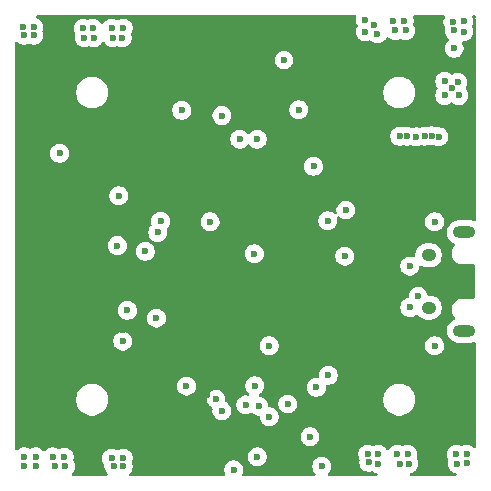
<source format=gbr>
%TF.GenerationSoftware,KiCad,Pcbnew,9.0.3*%
%TF.CreationDate,2025-08-28T18:14:40+08:00*%
%TF.ProjectId,STM_Board,53544d5f-426f-4617-9264-2e6b69636164,rev?*%
%TF.SameCoordinates,Original*%
%TF.FileFunction,Copper,L2,Inr*%
%TF.FilePolarity,Positive*%
%FSLAX46Y46*%
G04 Gerber Fmt 4.6, Leading zero omitted, Abs format (unit mm)*
G04 Created by KiCad (PCBNEW 9.0.3) date 2025-08-28 18:14:40*
%MOMM*%
%LPD*%
G01*
G04 APERTURE LIST*
%TA.AperFunction,HeatsinkPad*%
%ADD10O,1.900000X1.000000*%
%TD*%
%TA.AperFunction,HeatsinkPad*%
%ADD11O,1.250000X1.050000*%
%TD*%
%TA.AperFunction,ViaPad*%
%ADD12C,0.600000*%
%TD*%
G04 APERTURE END LIST*
D10*
%TO.N,GND*%
%TO.C,J1*%
X163694000Y-78175000D03*
D11*
X160694000Y-76225000D03*
X160694000Y-71775000D03*
D10*
X163694000Y-69825000D03*
%TD*%
D12*
%TO.N,GND*%
X159800000Y-75250000D03*
X163150000Y-57150000D03*
X135195000Y-76450000D03*
X162650000Y-57650000D03*
X127250000Y-53150000D03*
X162850000Y-52750000D03*
X140195000Y-82855000D03*
X134800000Y-79050000D03*
X129855231Y-88891616D03*
X134350000Y-70960000D03*
X137650000Y-77100000D03*
X147195000Y-85450000D03*
X150650000Y-87150000D03*
X126450000Y-53150000D03*
X144695000Y-61950000D03*
X149695000Y-59450000D03*
X129450000Y-63150000D03*
X159030144Y-89418728D03*
X131450000Y-52550000D03*
X128850000Y-88850000D03*
X139800000Y-59500000D03*
X157850000Y-52750000D03*
X129950000Y-89650000D03*
X146195000Y-88850000D03*
X132250000Y-52550000D03*
X161195000Y-79450000D03*
X142195000Y-68950000D03*
X163250000Y-58250000D03*
X158750000Y-52750000D03*
X146195000Y-61950000D03*
X133850000Y-88950000D03*
X163030144Y-88618728D03*
X163650000Y-51950000D03*
X162050000Y-58250000D03*
X134050000Y-89650000D03*
X138000000Y-68897646D03*
X134850000Y-88950000D03*
X157650000Y-51950000D03*
X161195000Y-68950000D03*
X144195000Y-89950000D03*
X131550000Y-53350000D03*
X127250000Y-52450000D03*
X132350000Y-53350000D03*
X129050000Y-89650000D03*
X163650000Y-52850000D03*
X162850000Y-54250000D03*
X162050000Y-57050000D03*
X152150000Y-68850000D03*
X162750000Y-52050000D03*
X151650000Y-89650000D03*
X163930144Y-88618728D03*
X158030144Y-88618728D03*
X136695000Y-71450000D03*
X158930144Y-88618728D03*
X134450000Y-66750000D03*
X163130144Y-89418728D03*
X134850000Y-89650000D03*
X153695000Y-67950000D03*
X158230144Y-89418728D03*
X126350000Y-52450000D03*
X158634304Y-51942746D03*
X153597500Y-71852500D03*
X163950000Y-89350000D03*
X151195000Y-82950000D03*
X143195000Y-59950000D03*
%TO.N,/IMU1/3V3*%
X147728550Y-87483550D03*
X151550000Y-88500000D03*
X141919265Y-83574265D03*
X142695000Y-86950000D03*
X151058626Y-70445000D03*
X149695000Y-57450000D03*
X134800000Y-78100000D03*
X135750000Y-67050000D03*
X143695000Y-54450000D03*
X150195000Y-81950000D03*
X140695000Y-68950000D03*
X138695000Y-70950000D03*
X140000000Y-65275000D03*
X145678152Y-86950000D03*
%TO.N,Net-(STM3V3-IN)*%
X150950000Y-64250000D03*
X148450000Y-55250000D03*
%TO.N,/STM32/BATT*%
X127450000Y-88850000D03*
X134750000Y-53350000D03*
X160950000Y-61650000D03*
X159650000Y-61750000D03*
X156050000Y-52250000D03*
X133850000Y-52550000D03*
X158250000Y-61700000D03*
X126450000Y-89650000D03*
X127450000Y-89650000D03*
X126450000Y-88850000D03*
X158850000Y-61700000D03*
X156430144Y-88618728D03*
X160350000Y-61700000D03*
X156350000Y-53050000D03*
X156430144Y-89418728D03*
X155350000Y-52850000D03*
X134850000Y-52550000D03*
X155530144Y-88618728D03*
X133950000Y-53350000D03*
X155630144Y-89318728D03*
X161550000Y-61750000D03*
X155350000Y-51850000D03*
%TO.N,/STM32/S3*%
X152195000Y-81950000D03*
X147195000Y-79450000D03*
%TO.N,Net-(U2-PC5)*%
X145963517Y-82822065D03*
X148775000Y-84375000D03*
%TO.N,/STM32/AP_CS*%
X146296000Y-84551000D03*
X142695000Y-83950000D03*
%TO.N,/STM32/AP_SCLK*%
X143195000Y-84950000D03*
X145200000Y-84450000D03*
%TO.N,/STM32/5V_USB1*%
X159100000Y-72700000D03*
X159100000Y-76200000D03*
%TO.N,/STM32/RX_SBUS*%
X137750000Y-69850000D03*
X145950000Y-71650000D03*
%TD*%
%TA.AperFunction,Conductor*%
%TO.N,/IMU1/3V3*%
G36*
X154494985Y-51459761D02*
G01*
X154526856Y-51467940D01*
X154528362Y-51469561D01*
X154530484Y-51470185D01*
X154552008Y-51495025D01*
X154574401Y-51519139D01*
X154574791Y-51521318D01*
X154576239Y-51522989D01*
X154580919Y-51555537D01*
X154586717Y-51587915D01*
X154585984Y-51590768D01*
X154586183Y-51592147D01*
X154581159Y-51610411D01*
X154582031Y-51610676D01*
X154580261Y-51616510D01*
X154549500Y-51771153D01*
X154549500Y-51928846D01*
X154580261Y-52083489D01*
X154580264Y-52083501D01*
X154640602Y-52229172D01*
X154640609Y-52229185D01*
X154675304Y-52281109D01*
X154696182Y-52347786D01*
X154677698Y-52415167D01*
X154675304Y-52418891D01*
X154640609Y-52470814D01*
X154640602Y-52470827D01*
X154580264Y-52616498D01*
X154580261Y-52616510D01*
X154549500Y-52771153D01*
X154549500Y-52928846D01*
X154580261Y-53083489D01*
X154580264Y-53083501D01*
X154640602Y-53229172D01*
X154640609Y-53229185D01*
X154728210Y-53360288D01*
X154728213Y-53360292D01*
X154839707Y-53471786D01*
X154839711Y-53471789D01*
X154970814Y-53559390D01*
X154970827Y-53559397D01*
X155076342Y-53603102D01*
X155116503Y-53619737D01*
X155271153Y-53650499D01*
X155271156Y-53650500D01*
X155271158Y-53650500D01*
X155428844Y-53650500D01*
X155428845Y-53650499D01*
X155583497Y-53619737D01*
X155651315Y-53591645D01*
X155720782Y-53584177D01*
X155783261Y-53615452D01*
X155786447Y-53618526D01*
X155839707Y-53671786D01*
X155839711Y-53671789D01*
X155970814Y-53759390D01*
X155970827Y-53759397D01*
X156116498Y-53819735D01*
X156116503Y-53819737D01*
X156235424Y-53843392D01*
X156271153Y-53850499D01*
X156271156Y-53850500D01*
X156271158Y-53850500D01*
X156428844Y-53850500D01*
X156428845Y-53850499D01*
X156583497Y-53819737D01*
X156729179Y-53759394D01*
X156860289Y-53671789D01*
X156971789Y-53560289D01*
X157059394Y-53429179D01*
X157087288Y-53361834D01*
X157131126Y-53307434D01*
X157197420Y-53285368D01*
X157265120Y-53302646D01*
X157289529Y-53321608D01*
X157339707Y-53371786D01*
X157339711Y-53371789D01*
X157470814Y-53459390D01*
X157470827Y-53459397D01*
X157568853Y-53500000D01*
X157616503Y-53519737D01*
X157721418Y-53540606D01*
X157771153Y-53550499D01*
X157771156Y-53550500D01*
X157771158Y-53550500D01*
X157928844Y-53550500D01*
X157928845Y-53550499D01*
X158083497Y-53519737D01*
X158229179Y-53459394D01*
X158231110Y-53458103D01*
X158232276Y-53457737D01*
X158234546Y-53456525D01*
X158234776Y-53456955D01*
X158297786Y-53437226D01*
X158365166Y-53455710D01*
X158368850Y-53458077D01*
X158370821Y-53459394D01*
X158370824Y-53459395D01*
X158370827Y-53459397D01*
X158468853Y-53500000D01*
X158516503Y-53519737D01*
X158621418Y-53540606D01*
X158671153Y-53550499D01*
X158671156Y-53550500D01*
X158671158Y-53550500D01*
X158828844Y-53550500D01*
X158828845Y-53550499D01*
X158983497Y-53519737D01*
X159129179Y-53459394D01*
X159260289Y-53371789D01*
X159371789Y-53260289D01*
X159459394Y-53129179D01*
X159519737Y-52983497D01*
X159550500Y-52828842D01*
X159550500Y-52671158D01*
X159550500Y-52671155D01*
X159550499Y-52671153D01*
X159542583Y-52631355D01*
X159519737Y-52516503D01*
X159500955Y-52471158D01*
X159459397Y-52370827D01*
X159459395Y-52370823D01*
X159459394Y-52370821D01*
X159412291Y-52300327D01*
X159391414Y-52233651D01*
X159400835Y-52183981D01*
X159404041Y-52176243D01*
X159434804Y-52021588D01*
X159434804Y-51863904D01*
X159434804Y-51863901D01*
X159434803Y-51863899D01*
X159427975Y-51829574D01*
X159404041Y-51709249D01*
X159387646Y-51669668D01*
X159367882Y-51621952D01*
X159360413Y-51552483D01*
X159391688Y-51490004D01*
X159451777Y-51454352D01*
X159482443Y-51450500D01*
X161955832Y-51450500D01*
X162022871Y-51470185D01*
X162068626Y-51522989D01*
X162078570Y-51592147D01*
X162058933Y-51643392D01*
X162040610Y-51670812D01*
X162040602Y-51670827D01*
X161980264Y-51816498D01*
X161980261Y-51816510D01*
X161949500Y-51971153D01*
X161949500Y-52128846D01*
X161980261Y-52283489D01*
X161980264Y-52283501D01*
X162040602Y-52429171D01*
X162040609Y-52429184D01*
X162056015Y-52452240D01*
X162076893Y-52518917D01*
X162074530Y-52545323D01*
X162049500Y-52671155D01*
X162049500Y-52828846D01*
X162080261Y-52983489D01*
X162080264Y-52983501D01*
X162140602Y-53129172D01*
X162140609Y-53129185D01*
X162228210Y-53260288D01*
X162228213Y-53260292D01*
X162339707Y-53371786D01*
X162377289Y-53396898D01*
X162422093Y-53450511D01*
X162430800Y-53519836D01*
X162400645Y-53582863D01*
X162377289Y-53603102D01*
X162339707Y-53628213D01*
X162228213Y-53739707D01*
X162228210Y-53739711D01*
X162140609Y-53870814D01*
X162140602Y-53870827D01*
X162080264Y-54016498D01*
X162080261Y-54016510D01*
X162049500Y-54171153D01*
X162049500Y-54328846D01*
X162080261Y-54483489D01*
X162080264Y-54483501D01*
X162140602Y-54629172D01*
X162140609Y-54629185D01*
X162228210Y-54760288D01*
X162228213Y-54760292D01*
X162339707Y-54871786D01*
X162339711Y-54871789D01*
X162470814Y-54959390D01*
X162470827Y-54959397D01*
X162608683Y-55016498D01*
X162616503Y-55019737D01*
X162771153Y-55050499D01*
X162771156Y-55050500D01*
X162771158Y-55050500D01*
X162928844Y-55050500D01*
X162928845Y-55050499D01*
X163083497Y-55019737D01*
X163229179Y-54959394D01*
X163360289Y-54871789D01*
X163471789Y-54760289D01*
X163559394Y-54629179D01*
X163619737Y-54483497D01*
X163650500Y-54328842D01*
X163650500Y-54171158D01*
X163650500Y-54171155D01*
X163650499Y-54171153D01*
X163628269Y-54059397D01*
X163619737Y-54016503D01*
X163592398Y-53950500D01*
X163559397Y-53870827D01*
X163559389Y-53870812D01*
X163541067Y-53843392D01*
X163520188Y-53776715D01*
X163538672Y-53709334D01*
X163590650Y-53662644D01*
X163644168Y-53650500D01*
X163728844Y-53650500D01*
X163728845Y-53650499D01*
X163883497Y-53619737D01*
X164029179Y-53559394D01*
X164160289Y-53471789D01*
X164271789Y-53360289D01*
X164359394Y-53229179D01*
X164419737Y-53083497D01*
X164439628Y-52983501D01*
X164446500Y-52948954D01*
X164446500Y-52948951D01*
X164450500Y-52928842D01*
X164450500Y-52771158D01*
X164446500Y-52751048D01*
X164446500Y-52751046D01*
X164419738Y-52616508D01*
X164419737Y-52616507D01*
X164419737Y-52616503D01*
X164359534Y-52471158D01*
X164359397Y-52470827D01*
X164359395Y-52470824D01*
X164359394Y-52470821D01*
X164358103Y-52468889D01*
X164357737Y-52467723D01*
X164356525Y-52465454D01*
X164356955Y-52465223D01*
X164337226Y-52402214D01*
X164355710Y-52334834D01*
X164358077Y-52331149D01*
X164359394Y-52329179D01*
X164419737Y-52183497D01*
X164439628Y-52083501D01*
X164448883Y-52036974D01*
X164481268Y-51975063D01*
X164524782Y-51950284D01*
X164509140Y-51946588D01*
X164460625Y-51896309D01*
X164451252Y-51872834D01*
X164449867Y-51867977D01*
X164419737Y-51716503D01*
X164377840Y-51615355D01*
X164375886Y-51608500D01*
X164376435Y-51538632D01*
X164414670Y-51480152D01*
X164478451Y-51451627D01*
X164495134Y-51450500D01*
X164570500Y-51450500D01*
X164637539Y-51470185D01*
X164683294Y-51522989D01*
X164693238Y-51592147D01*
X164664213Y-51655703D01*
X164660730Y-51657941D01*
X164661783Y-51662145D01*
X164692117Y-51814642D01*
X164685890Y-51884234D01*
X164643027Y-51939411D01*
X164617541Y-51948401D01*
X164668425Y-51985095D01*
X164694006Y-52050113D01*
X164694500Y-52061165D01*
X164694500Y-68784512D01*
X164674815Y-68851551D01*
X164622011Y-68897306D01*
X164552853Y-68907250D01*
X164523048Y-68899073D01*
X164435839Y-68862950D01*
X164435829Y-68862947D01*
X164242543Y-68824500D01*
X164242541Y-68824500D01*
X163145459Y-68824500D01*
X163145457Y-68824500D01*
X162952170Y-68862947D01*
X162952160Y-68862950D01*
X162770092Y-68938364D01*
X162770079Y-68938371D01*
X162606218Y-69047860D01*
X162606214Y-69047863D01*
X162466863Y-69187214D01*
X162466860Y-69187218D01*
X162357371Y-69351079D01*
X162357364Y-69351092D01*
X162281950Y-69533160D01*
X162281947Y-69533170D01*
X162243500Y-69726456D01*
X162243500Y-69726459D01*
X162243500Y-69923541D01*
X162243500Y-69923543D01*
X162243499Y-69923543D01*
X162281947Y-70116829D01*
X162281950Y-70116839D01*
X162357364Y-70298907D01*
X162357371Y-70298920D01*
X162466860Y-70462781D01*
X162466863Y-70462785D01*
X162606214Y-70602136D01*
X162606218Y-70602139D01*
X162770079Y-70711628D01*
X162770091Y-70711635D01*
X162883898Y-70758774D01*
X162938302Y-70802614D01*
X162960367Y-70868908D01*
X162943088Y-70936608D01*
X162924128Y-70961016D01*
X162850115Y-71035029D01*
X162850113Y-71035032D01*
X162748833Y-71186608D01*
X162748831Y-71186612D01*
X162679068Y-71355037D01*
X162679065Y-71355047D01*
X162643500Y-71533843D01*
X162643500Y-71533846D01*
X162643500Y-71716154D01*
X162643500Y-71716156D01*
X162643499Y-71716156D01*
X162679065Y-71894952D01*
X162679068Y-71894962D01*
X162748831Y-72063387D01*
X162748833Y-72063391D01*
X162850113Y-72214967D01*
X162850119Y-72214975D01*
X162979024Y-72343880D01*
X162979032Y-72343886D01*
X163130608Y-72445166D01*
X163130612Y-72445168D01*
X163286123Y-72509582D01*
X163299042Y-72514933D01*
X163299046Y-72514933D01*
X163299047Y-72514934D01*
X163477843Y-72550500D01*
X163477846Y-72550500D01*
X163503108Y-72550500D01*
X164519500Y-72550500D01*
X164586539Y-72570185D01*
X164632294Y-72622989D01*
X164643500Y-72674500D01*
X164643500Y-75325500D01*
X164623815Y-75392539D01*
X164571011Y-75438294D01*
X164519500Y-75449500D01*
X163477844Y-75449500D01*
X163299047Y-75485065D01*
X163299037Y-75485068D01*
X163130612Y-75554831D01*
X163130608Y-75554833D01*
X162979032Y-75656113D01*
X162979024Y-75656119D01*
X162850119Y-75785024D01*
X162850113Y-75785032D01*
X162748833Y-75936608D01*
X162748831Y-75936612D01*
X162679068Y-76105037D01*
X162679065Y-76105047D01*
X162643500Y-76283843D01*
X162643500Y-76283846D01*
X162643500Y-76466154D01*
X162643500Y-76466156D01*
X162643499Y-76466156D01*
X162679065Y-76644952D01*
X162679068Y-76644962D01*
X162748831Y-76813387D01*
X162748833Y-76813391D01*
X162850113Y-76964967D01*
X162850119Y-76964975D01*
X162924127Y-77038983D01*
X162957612Y-77100306D01*
X162952628Y-77169998D01*
X162910756Y-77225931D01*
X162883899Y-77241225D01*
X162770088Y-77288366D01*
X162770079Y-77288371D01*
X162606218Y-77397860D01*
X162606214Y-77397863D01*
X162466863Y-77537214D01*
X162466860Y-77537218D01*
X162357371Y-77701079D01*
X162357364Y-77701092D01*
X162281950Y-77883160D01*
X162281947Y-77883170D01*
X162243500Y-78076456D01*
X162243500Y-78076459D01*
X162243500Y-78273541D01*
X162243500Y-78273543D01*
X162243499Y-78273543D01*
X162281947Y-78466829D01*
X162281950Y-78466839D01*
X162357364Y-78648907D01*
X162357371Y-78648920D01*
X162466860Y-78812781D01*
X162466863Y-78812785D01*
X162606214Y-78952136D01*
X162606218Y-78952139D01*
X162770079Y-79061628D01*
X162770092Y-79061635D01*
X162932351Y-79128844D01*
X162952165Y-79137051D01*
X162952169Y-79137051D01*
X162952170Y-79137052D01*
X163145456Y-79175500D01*
X163145459Y-79175500D01*
X164242543Y-79175500D01*
X164372582Y-79149632D01*
X164435835Y-79137051D01*
X164523049Y-79100925D01*
X164592516Y-79093457D01*
X164654995Y-79124732D01*
X164690648Y-79184821D01*
X164694500Y-79215487D01*
X164694500Y-87951643D01*
X164674815Y-88018682D01*
X164622011Y-88064437D01*
X164552853Y-88074381D01*
X164489297Y-88045356D01*
X164482819Y-88039324D01*
X164440436Y-87996941D01*
X164440432Y-87996938D01*
X164309329Y-87909337D01*
X164309316Y-87909330D01*
X164163645Y-87848992D01*
X164163633Y-87848989D01*
X164008989Y-87818228D01*
X164008986Y-87818228D01*
X163851302Y-87818228D01*
X163851299Y-87818228D01*
X163696654Y-87848989D01*
X163696642Y-87848992D01*
X163550966Y-87909332D01*
X163550964Y-87909333D01*
X163549029Y-87910627D01*
X163547861Y-87910992D01*
X163545595Y-87912204D01*
X163545365Y-87911773D01*
X163482350Y-87931501D01*
X163414971Y-87913013D01*
X163411259Y-87910627D01*
X163409323Y-87909333D01*
X163409321Y-87909332D01*
X163263645Y-87848992D01*
X163263633Y-87848989D01*
X163108989Y-87818228D01*
X163108986Y-87818228D01*
X162951302Y-87818228D01*
X162951299Y-87818228D01*
X162796654Y-87848989D01*
X162796642Y-87848992D01*
X162650971Y-87909330D01*
X162650958Y-87909337D01*
X162519855Y-87996938D01*
X162519851Y-87996941D01*
X162408357Y-88108435D01*
X162408354Y-88108439D01*
X162320753Y-88239542D01*
X162320746Y-88239555D01*
X162260408Y-88385226D01*
X162260405Y-88385238D01*
X162229644Y-88539881D01*
X162229644Y-88697574D01*
X162260405Y-88852217D01*
X162260408Y-88852229D01*
X162320748Y-88997904D01*
X162320749Y-88997906D01*
X162320750Y-88997907D01*
X162341421Y-89028844D01*
X162356306Y-89051120D01*
X162377184Y-89117797D01*
X162367767Y-89167460D01*
X162360406Y-89185230D01*
X162360405Y-89185233D01*
X162329644Y-89339881D01*
X162329644Y-89497574D01*
X162360405Y-89652217D01*
X162360408Y-89652229D01*
X162420746Y-89797900D01*
X162420753Y-89797913D01*
X162508354Y-89929016D01*
X162508357Y-89929020D01*
X162619851Y-90040514D01*
X162619855Y-90040517D01*
X162750958Y-90128118D01*
X162750971Y-90128125D01*
X162884634Y-90183489D01*
X162896647Y-90188465D01*
X162927419Y-90194586D01*
X162974155Y-90203883D01*
X163036066Y-90236268D01*
X163070641Y-90296984D01*
X163066901Y-90366753D01*
X163026034Y-90423425D01*
X162961016Y-90449006D01*
X162949964Y-90449500D01*
X159210324Y-90449500D01*
X159143285Y-90429815D01*
X159097530Y-90377011D01*
X159087586Y-90307853D01*
X159116611Y-90244297D01*
X159175389Y-90206523D01*
X159186133Y-90203883D01*
X159225038Y-90196143D01*
X159263641Y-90188465D01*
X159400724Y-90131684D01*
X159409316Y-90128125D01*
X159409316Y-90128124D01*
X159409323Y-90128122D01*
X159540433Y-90040517D01*
X159651933Y-89929017D01*
X159739538Y-89797907D01*
X159799881Y-89652225D01*
X159830644Y-89497570D01*
X159830644Y-89339886D01*
X159830644Y-89339883D01*
X159830643Y-89339881D01*
X159816905Y-89270818D01*
X159799881Y-89185231D01*
X159799163Y-89183497D01*
X159739541Y-89039555D01*
X159739539Y-89039551D01*
X159739538Y-89039549D01*
X159739534Y-89039543D01*
X159703981Y-88986334D01*
X159683103Y-88919657D01*
X159692521Y-88869992D01*
X159699881Y-88852225D01*
X159730644Y-88697570D01*
X159730644Y-88539886D01*
X159730644Y-88539883D01*
X159730643Y-88539881D01*
X159716906Y-88470821D01*
X159699881Y-88385231D01*
X159681026Y-88339711D01*
X159639541Y-88239555D01*
X159639534Y-88239542D01*
X159551933Y-88108439D01*
X159551930Y-88108435D01*
X159440436Y-87996941D01*
X159440432Y-87996938D01*
X159309329Y-87909337D01*
X159309316Y-87909330D01*
X159163645Y-87848992D01*
X159163633Y-87848989D01*
X159008989Y-87818228D01*
X159008986Y-87818228D01*
X158851302Y-87818228D01*
X158851299Y-87818228D01*
X158696654Y-87848989D01*
X158696642Y-87848992D01*
X158550966Y-87909332D01*
X158550964Y-87909333D01*
X158549029Y-87910627D01*
X158547861Y-87910992D01*
X158545595Y-87912204D01*
X158545365Y-87911773D01*
X158482350Y-87931501D01*
X158414971Y-87913013D01*
X158411259Y-87910627D01*
X158409323Y-87909333D01*
X158409321Y-87909332D01*
X158263645Y-87848992D01*
X158263633Y-87848989D01*
X158108989Y-87818228D01*
X158108986Y-87818228D01*
X157951302Y-87818228D01*
X157951299Y-87818228D01*
X157796654Y-87848989D01*
X157796642Y-87848992D01*
X157650971Y-87909330D01*
X157650958Y-87909337D01*
X157519855Y-87996938D01*
X157519851Y-87996941D01*
X157408357Y-88108435D01*
X157408354Y-88108439D01*
X157333246Y-88220846D01*
X157279634Y-88265651D01*
X157210309Y-88274358D01*
X157147281Y-88244203D01*
X157127042Y-88220846D01*
X157051933Y-88108439D01*
X157051930Y-88108435D01*
X156940436Y-87996941D01*
X156940432Y-87996938D01*
X156809329Y-87909337D01*
X156809316Y-87909330D01*
X156663645Y-87848992D01*
X156663633Y-87848989D01*
X156508989Y-87818228D01*
X156508986Y-87818228D01*
X156351302Y-87818228D01*
X156351299Y-87818228D01*
X156196654Y-87848989D01*
X156196642Y-87848992D01*
X156050966Y-87909332D01*
X156050964Y-87909333D01*
X156049029Y-87910627D01*
X156047861Y-87910992D01*
X156045595Y-87912204D01*
X156045365Y-87911773D01*
X155982350Y-87931501D01*
X155914971Y-87913013D01*
X155911259Y-87910627D01*
X155909323Y-87909333D01*
X155909321Y-87909332D01*
X155763645Y-87848992D01*
X155763633Y-87848989D01*
X155608989Y-87818228D01*
X155608986Y-87818228D01*
X155451302Y-87818228D01*
X155451299Y-87818228D01*
X155296654Y-87848989D01*
X155296642Y-87848992D01*
X155150971Y-87909330D01*
X155150958Y-87909337D01*
X155019855Y-87996938D01*
X155019851Y-87996941D01*
X154908357Y-88108435D01*
X154908354Y-88108439D01*
X154820753Y-88239542D01*
X154820746Y-88239555D01*
X154760408Y-88385226D01*
X154760405Y-88385238D01*
X154729644Y-88539881D01*
X154729644Y-88697574D01*
X154760405Y-88852217D01*
X154760408Y-88852229D01*
X154820746Y-88997899D01*
X154820753Y-88997912D01*
X154836159Y-89020968D01*
X154857037Y-89087645D01*
X154854674Y-89114051D01*
X154829644Y-89239883D01*
X154829644Y-89397574D01*
X154860405Y-89552217D01*
X154860408Y-89552229D01*
X154920746Y-89697900D01*
X154920753Y-89697913D01*
X155008354Y-89829016D01*
X155008357Y-89829020D01*
X155119851Y-89940514D01*
X155119855Y-89940517D01*
X155250958Y-90028118D01*
X155250971Y-90028125D01*
X155390488Y-90085914D01*
X155396647Y-90088465D01*
X155526070Y-90114209D01*
X155551297Y-90119227D01*
X155551300Y-90119228D01*
X155551302Y-90119228D01*
X155708988Y-90119228D01*
X155708989Y-90119227D01*
X155863641Y-90088465D01*
X155881407Y-90081105D01*
X155950874Y-90073637D01*
X155997750Y-90092565D01*
X156038416Y-90119737D01*
X156050965Y-90128122D01*
X156050967Y-90128123D01*
X156050971Y-90128125D01*
X156184634Y-90183489D01*
X156196647Y-90188465D01*
X156227419Y-90194586D01*
X156274155Y-90203883D01*
X156336066Y-90236268D01*
X156370641Y-90296984D01*
X156366901Y-90366753D01*
X156326034Y-90423425D01*
X156261016Y-90449006D01*
X156249964Y-90449500D01*
X152281941Y-90449500D01*
X152214902Y-90429815D01*
X152169147Y-90377011D01*
X152159203Y-90307853D01*
X152188228Y-90244297D01*
X152194260Y-90237819D01*
X152271786Y-90160292D01*
X152271789Y-90160289D01*
X152359394Y-90029179D01*
X152359834Y-90028118D01*
X152373813Y-89994369D01*
X152419737Y-89883497D01*
X152450500Y-89728842D01*
X152450500Y-89571158D01*
X152450500Y-89571156D01*
X152450500Y-89571155D01*
X152450499Y-89571153D01*
X152439531Y-89516015D01*
X152419737Y-89416503D01*
X152418518Y-89413560D01*
X152359397Y-89270827D01*
X152359390Y-89270814D01*
X152271789Y-89139711D01*
X152271786Y-89139707D01*
X152160292Y-89028213D01*
X152160288Y-89028210D01*
X152029185Y-88940609D01*
X152029172Y-88940602D01*
X151883501Y-88880264D01*
X151883489Y-88880261D01*
X151728845Y-88849500D01*
X151728842Y-88849500D01*
X151571158Y-88849500D01*
X151571155Y-88849500D01*
X151416510Y-88880261D01*
X151416498Y-88880264D01*
X151270827Y-88940602D01*
X151270814Y-88940609D01*
X151139711Y-89028210D01*
X151139707Y-89028213D01*
X151028213Y-89139707D01*
X151028210Y-89139711D01*
X150940609Y-89270814D01*
X150940602Y-89270827D01*
X150880264Y-89416498D01*
X150880261Y-89416510D01*
X150849500Y-89571153D01*
X150849500Y-89728846D01*
X150880261Y-89883489D01*
X150880264Y-89883501D01*
X150940602Y-90029172D01*
X150940609Y-90029185D01*
X151028210Y-90160288D01*
X151028213Y-90160292D01*
X151105740Y-90237819D01*
X151139225Y-90299142D01*
X151134241Y-90368834D01*
X151092369Y-90424767D01*
X151026905Y-90449184D01*
X151018059Y-90449500D01*
X145040134Y-90449500D01*
X144973095Y-90429815D01*
X144927340Y-90377011D01*
X144917396Y-90307853D01*
X144925573Y-90278047D01*
X144964737Y-90183497D01*
X144995500Y-90028842D01*
X144995500Y-89871158D01*
X144995500Y-89871155D01*
X144995499Y-89871153D01*
X144987118Y-89829020D01*
X144964737Y-89716503D01*
X144957034Y-89697907D01*
X144904397Y-89570827D01*
X144904390Y-89570814D01*
X144816789Y-89439711D01*
X144816786Y-89439707D01*
X144705292Y-89328213D01*
X144705288Y-89328210D01*
X144574185Y-89240609D01*
X144574172Y-89240602D01*
X144428501Y-89180264D01*
X144428489Y-89180261D01*
X144273845Y-89149500D01*
X144273842Y-89149500D01*
X144116158Y-89149500D01*
X144116155Y-89149500D01*
X143961510Y-89180261D01*
X143961498Y-89180264D01*
X143815827Y-89240602D01*
X143815814Y-89240609D01*
X143684711Y-89328210D01*
X143684707Y-89328213D01*
X143573213Y-89439707D01*
X143573210Y-89439711D01*
X143485609Y-89570814D01*
X143485602Y-89570827D01*
X143425264Y-89716498D01*
X143425261Y-89716510D01*
X143394500Y-89871153D01*
X143394500Y-90028846D01*
X143420647Y-90160292D01*
X143425263Y-90183497D01*
X143462252Y-90272798D01*
X143464427Y-90278047D01*
X143471896Y-90347517D01*
X143440621Y-90409996D01*
X143380532Y-90445648D01*
X143349866Y-90449500D01*
X135481941Y-90449500D01*
X135414902Y-90429815D01*
X135369147Y-90377011D01*
X135359203Y-90307853D01*
X135388228Y-90244297D01*
X135394260Y-90237819D01*
X135471786Y-90160292D01*
X135471789Y-90160289D01*
X135559394Y-90029179D01*
X135559834Y-90028118D01*
X135573813Y-89994369D01*
X135619737Y-89883497D01*
X135650500Y-89728842D01*
X135650500Y-89571158D01*
X135650500Y-89571156D01*
X135650500Y-89571155D01*
X135650499Y-89571153D01*
X135639531Y-89516015D01*
X135619737Y-89416503D01*
X135591134Y-89347450D01*
X135583666Y-89277984D01*
X135591133Y-89252552D01*
X135619737Y-89183497D01*
X135650500Y-89028842D01*
X135650500Y-88871158D01*
X135650500Y-88871155D01*
X135634209Y-88789258D01*
X135634209Y-88789257D01*
X135630608Y-88771153D01*
X145394500Y-88771153D01*
X145394500Y-88928846D01*
X145425261Y-89083489D01*
X145425264Y-89083501D01*
X145485602Y-89229172D01*
X145485609Y-89229185D01*
X145573210Y-89360288D01*
X145573213Y-89360292D01*
X145684707Y-89471786D01*
X145684711Y-89471789D01*
X145815814Y-89559390D01*
X145815827Y-89559397D01*
X145935004Y-89608761D01*
X145961503Y-89619737D01*
X146116153Y-89650499D01*
X146116156Y-89650500D01*
X146116158Y-89650500D01*
X146273844Y-89650500D01*
X146273845Y-89650499D01*
X146428497Y-89619737D01*
X146546592Y-89570821D01*
X146574172Y-89559397D01*
X146574172Y-89559396D01*
X146574179Y-89559394D01*
X146705289Y-89471789D01*
X146816789Y-89360289D01*
X146904394Y-89229179D01*
X146964737Y-89083497D01*
X146995500Y-88928842D01*
X146995500Y-88771158D01*
X146995500Y-88771155D01*
X146995499Y-88771153D01*
X146964738Y-88616510D01*
X146964737Y-88616503D01*
X146945812Y-88570814D01*
X146904397Y-88470827D01*
X146904390Y-88470814D01*
X146816789Y-88339711D01*
X146816786Y-88339707D01*
X146705292Y-88228213D01*
X146705288Y-88228210D01*
X146574185Y-88140609D01*
X146574172Y-88140602D01*
X146428501Y-88080264D01*
X146428489Y-88080261D01*
X146273845Y-88049500D01*
X146273842Y-88049500D01*
X146116158Y-88049500D01*
X146116155Y-88049500D01*
X145961510Y-88080261D01*
X145961498Y-88080264D01*
X145815827Y-88140602D01*
X145815814Y-88140609D01*
X145684711Y-88228210D01*
X145684707Y-88228213D01*
X145573213Y-88339707D01*
X145573210Y-88339711D01*
X145485609Y-88470814D01*
X145485602Y-88470827D01*
X145425264Y-88616498D01*
X145425261Y-88616510D01*
X145394500Y-88771153D01*
X135630608Y-88771153D01*
X135619738Y-88716510D01*
X135619737Y-88716503D01*
X135612936Y-88700083D01*
X135559397Y-88570827D01*
X135559390Y-88570814D01*
X135471789Y-88439711D01*
X135471786Y-88439707D01*
X135360292Y-88328213D01*
X135360288Y-88328210D01*
X135229185Y-88240609D01*
X135229172Y-88240602D01*
X135083501Y-88180264D01*
X135083489Y-88180261D01*
X134928845Y-88149500D01*
X134928842Y-88149500D01*
X134771158Y-88149500D01*
X134771155Y-88149500D01*
X134616510Y-88180261D01*
X134616498Y-88180264D01*
X134470827Y-88240602D01*
X134470814Y-88240609D01*
X134418891Y-88275304D01*
X134352214Y-88296182D01*
X134284833Y-88277698D01*
X134281109Y-88275304D01*
X134229185Y-88240609D01*
X134229172Y-88240602D01*
X134083501Y-88180264D01*
X134083489Y-88180261D01*
X133928845Y-88149500D01*
X133928842Y-88149500D01*
X133771158Y-88149500D01*
X133771155Y-88149500D01*
X133616510Y-88180261D01*
X133616498Y-88180264D01*
X133470827Y-88240602D01*
X133470814Y-88240609D01*
X133339711Y-88328210D01*
X133339707Y-88328213D01*
X133228213Y-88439707D01*
X133228210Y-88439711D01*
X133140609Y-88570814D01*
X133140602Y-88570827D01*
X133080264Y-88716498D01*
X133080261Y-88716510D01*
X133049500Y-88871153D01*
X133049500Y-89028846D01*
X133080261Y-89183489D01*
X133080264Y-89183501D01*
X133140602Y-89329172D01*
X133140609Y-89329185D01*
X133231595Y-89465354D01*
X133229764Y-89466576D01*
X133253206Y-89521786D01*
X133251656Y-89560316D01*
X133249500Y-89571156D01*
X133249500Y-89728846D01*
X133280261Y-89883489D01*
X133280264Y-89883501D01*
X133340602Y-90029172D01*
X133340609Y-90029185D01*
X133428210Y-90160288D01*
X133428213Y-90160292D01*
X133505740Y-90237819D01*
X133539225Y-90299142D01*
X133534241Y-90368834D01*
X133492369Y-90424767D01*
X133426905Y-90449184D01*
X133418059Y-90449500D01*
X130581941Y-90449500D01*
X130514902Y-90429815D01*
X130469147Y-90377011D01*
X130459203Y-90307853D01*
X130488228Y-90244297D01*
X130494260Y-90237819D01*
X130571786Y-90160292D01*
X130571789Y-90160289D01*
X130659394Y-90029179D01*
X130659834Y-90028118D01*
X130673813Y-89994369D01*
X130719737Y-89883497D01*
X130750500Y-89728842D01*
X130750500Y-89571158D01*
X130750500Y-89571156D01*
X130750500Y-89571155D01*
X130750499Y-89571153D01*
X130739531Y-89516015D01*
X130719737Y-89416503D01*
X130718518Y-89413560D01*
X130659397Y-89270827D01*
X130659392Y-89270818D01*
X130659273Y-89270641D01*
X130637707Y-89238364D01*
X130616829Y-89171690D01*
X130624488Y-89131335D01*
X130623199Y-89130944D01*
X130624963Y-89125123D01*
X130624968Y-89125113D01*
X130655731Y-88970458D01*
X130655731Y-88812774D01*
X130655731Y-88812771D01*
X130655730Y-88812769D01*
X130632816Y-88697574D01*
X130624968Y-88658119D01*
X130588811Y-88570827D01*
X130564628Y-88512443D01*
X130564621Y-88512430D01*
X130477020Y-88381327D01*
X130477017Y-88381323D01*
X130365523Y-88269829D01*
X130365519Y-88269826D01*
X130234416Y-88182225D01*
X130234403Y-88182218D01*
X130088732Y-88121880D01*
X130088720Y-88121877D01*
X129934076Y-88091116D01*
X129934073Y-88091116D01*
X129776389Y-88091116D01*
X129776386Y-88091116D01*
X129621741Y-88121877D01*
X129621729Y-88121880D01*
X129476059Y-88182218D01*
X129476041Y-88182228D01*
X129452642Y-88197862D01*
X129385964Y-88218737D01*
X129318585Y-88200250D01*
X129314865Y-88197859D01*
X129229185Y-88140609D01*
X129229172Y-88140602D01*
X129083501Y-88080264D01*
X129083489Y-88080261D01*
X128928845Y-88049500D01*
X128928842Y-88049500D01*
X128771158Y-88049500D01*
X128771155Y-88049500D01*
X128616510Y-88080261D01*
X128616498Y-88080264D01*
X128470827Y-88140602D01*
X128470814Y-88140609D01*
X128339711Y-88228210D01*
X128339707Y-88228213D01*
X128237681Y-88330240D01*
X128176358Y-88363725D01*
X128106666Y-88358741D01*
X128062319Y-88330240D01*
X127960292Y-88228213D01*
X127960288Y-88228210D01*
X127829185Y-88140609D01*
X127829172Y-88140602D01*
X127683501Y-88080264D01*
X127683489Y-88080261D01*
X127528845Y-88049500D01*
X127528842Y-88049500D01*
X127371158Y-88049500D01*
X127371155Y-88049500D01*
X127216510Y-88080261D01*
X127216498Y-88080264D01*
X127070827Y-88140602D01*
X127070814Y-88140609D01*
X127018891Y-88175304D01*
X126952214Y-88196182D01*
X126884833Y-88177698D01*
X126881109Y-88175304D01*
X126829185Y-88140609D01*
X126829172Y-88140602D01*
X126683501Y-88080264D01*
X126683489Y-88080261D01*
X126528845Y-88049500D01*
X126528842Y-88049500D01*
X126371158Y-88049500D01*
X126371155Y-88049500D01*
X126216510Y-88080261D01*
X126216498Y-88080264D01*
X126070827Y-88140602D01*
X126070814Y-88140609D01*
X125939711Y-88228210D01*
X125939707Y-88228213D01*
X125907181Y-88260740D01*
X125845858Y-88294225D01*
X125776166Y-88289241D01*
X125720233Y-88247369D01*
X125695816Y-88181905D01*
X125695500Y-88173059D01*
X125695500Y-87071153D01*
X149849500Y-87071153D01*
X149849500Y-87228846D01*
X149880261Y-87383489D01*
X149880264Y-87383501D01*
X149940602Y-87529172D01*
X149940609Y-87529185D01*
X150028210Y-87660288D01*
X150028213Y-87660292D01*
X150139707Y-87771786D01*
X150139711Y-87771789D01*
X150270814Y-87859390D01*
X150270827Y-87859397D01*
X150416498Y-87919735D01*
X150416503Y-87919737D01*
X150571153Y-87950499D01*
X150571156Y-87950500D01*
X150571158Y-87950500D01*
X150728844Y-87950500D01*
X150728845Y-87950499D01*
X150883497Y-87919737D01*
X151029179Y-87859394D01*
X151160289Y-87771789D01*
X151271789Y-87660289D01*
X151359394Y-87529179D01*
X151419737Y-87383497D01*
X151450500Y-87228842D01*
X151450500Y-87071158D01*
X151450500Y-87071155D01*
X151450499Y-87071153D01*
X151419738Y-86916510D01*
X151419737Y-86916503D01*
X151419735Y-86916498D01*
X151359397Y-86770827D01*
X151359390Y-86770814D01*
X151271789Y-86639711D01*
X151271786Y-86639707D01*
X151160292Y-86528213D01*
X151160288Y-86528210D01*
X151029185Y-86440609D01*
X151029172Y-86440602D01*
X150883501Y-86380264D01*
X150883489Y-86380261D01*
X150728845Y-86349500D01*
X150728842Y-86349500D01*
X150571158Y-86349500D01*
X150571155Y-86349500D01*
X150416510Y-86380261D01*
X150416498Y-86380264D01*
X150270827Y-86440602D01*
X150270814Y-86440609D01*
X150139711Y-86528210D01*
X150139707Y-86528213D01*
X150028213Y-86639707D01*
X150028210Y-86639711D01*
X149940609Y-86770814D01*
X149940602Y-86770827D01*
X149880264Y-86916498D01*
X149880261Y-86916510D01*
X149849500Y-87071153D01*
X125695500Y-87071153D01*
X125695500Y-83893713D01*
X130849500Y-83893713D01*
X130849500Y-84106286D01*
X130870774Y-84240609D01*
X130882754Y-84316243D01*
X130929557Y-84460288D01*
X130948444Y-84518414D01*
X131044951Y-84707820D01*
X131169890Y-84879786D01*
X131320213Y-85030109D01*
X131492179Y-85155048D01*
X131492181Y-85155049D01*
X131492184Y-85155051D01*
X131681588Y-85251557D01*
X131883757Y-85317246D01*
X132093713Y-85350500D01*
X132093714Y-85350500D01*
X132306286Y-85350500D01*
X132306287Y-85350500D01*
X132516243Y-85317246D01*
X132718412Y-85251557D01*
X132907816Y-85155051D01*
X133005068Y-85084394D01*
X133079786Y-85030109D01*
X133079788Y-85030106D01*
X133079792Y-85030104D01*
X133230104Y-84879792D01*
X133230106Y-84879788D01*
X133230109Y-84879786D01*
X133355048Y-84707820D01*
X133355047Y-84707820D01*
X133355051Y-84707816D01*
X133451557Y-84518412D01*
X133517246Y-84316243D01*
X133550500Y-84106287D01*
X133550500Y-83893713D01*
X133546927Y-83871153D01*
X141894500Y-83871153D01*
X141894500Y-84028846D01*
X141925261Y-84183489D01*
X141925264Y-84183501D01*
X141985602Y-84329172D01*
X141985609Y-84329185D01*
X142073210Y-84460288D01*
X142073213Y-84460292D01*
X142184707Y-84571786D01*
X142184711Y-84571789D01*
X142315817Y-84659392D01*
X142315819Y-84659393D01*
X142315821Y-84659394D01*
X142333409Y-84666679D01*
X142387812Y-84710520D01*
X142409877Y-84776814D01*
X142407573Y-84805431D01*
X142394500Y-84871153D01*
X142394500Y-85028846D01*
X142425261Y-85183489D01*
X142425264Y-85183501D01*
X142485602Y-85329172D01*
X142485609Y-85329185D01*
X142573210Y-85460288D01*
X142573213Y-85460292D01*
X142684707Y-85571786D01*
X142684711Y-85571789D01*
X142815814Y-85659390D01*
X142815827Y-85659397D01*
X142961498Y-85719735D01*
X142961503Y-85719737D01*
X143116153Y-85750499D01*
X143116156Y-85750500D01*
X143116158Y-85750500D01*
X143273844Y-85750500D01*
X143273845Y-85750499D01*
X143428497Y-85719737D01*
X143574179Y-85659394D01*
X143705289Y-85571789D01*
X143816789Y-85460289D01*
X143904394Y-85329179D01*
X143964737Y-85183497D01*
X143995500Y-85028842D01*
X143995500Y-84871158D01*
X143995500Y-84871155D01*
X143995499Y-84871153D01*
X143982426Y-84805431D01*
X143964737Y-84716503D01*
X143962259Y-84710520D01*
X143904397Y-84570827D01*
X143904390Y-84570814D01*
X143816790Y-84439712D01*
X143816784Y-84439705D01*
X143748232Y-84371153D01*
X144399500Y-84371153D01*
X144399500Y-84528846D01*
X144430261Y-84683489D01*
X144430264Y-84683501D01*
X144490602Y-84829172D01*
X144490609Y-84829185D01*
X144578210Y-84960288D01*
X144578213Y-84960292D01*
X144689707Y-85071786D01*
X144689711Y-85071789D01*
X144820814Y-85159390D01*
X144820827Y-85159397D01*
X144958683Y-85216498D01*
X144966503Y-85219737D01*
X145121153Y-85250499D01*
X145121156Y-85250500D01*
X145121158Y-85250500D01*
X145278844Y-85250500D01*
X145278845Y-85250499D01*
X145433497Y-85219737D01*
X145579179Y-85159394D01*
X145610342Y-85138571D01*
X145677017Y-85117693D01*
X145744397Y-85136176D01*
X145766916Y-85153994D01*
X145785708Y-85172787D01*
X145785711Y-85172789D01*
X145916814Y-85260390D01*
X145916827Y-85260397D01*
X146054075Y-85317246D01*
X146062503Y-85320737D01*
X146192615Y-85346618D01*
X146217153Y-85351499D01*
X146217156Y-85351500D01*
X146270500Y-85351500D01*
X146337539Y-85371185D01*
X146383294Y-85423989D01*
X146394500Y-85475500D01*
X146394500Y-85528846D01*
X146425261Y-85683489D01*
X146425264Y-85683501D01*
X146485602Y-85829172D01*
X146485609Y-85829185D01*
X146573210Y-85960288D01*
X146573213Y-85960292D01*
X146684707Y-86071786D01*
X146684711Y-86071789D01*
X146815814Y-86159390D01*
X146815827Y-86159397D01*
X146961498Y-86219735D01*
X146961503Y-86219737D01*
X147116153Y-86250499D01*
X147116156Y-86250500D01*
X147116158Y-86250500D01*
X147273844Y-86250500D01*
X147273845Y-86250499D01*
X147428497Y-86219737D01*
X147574179Y-86159394D01*
X147705289Y-86071789D01*
X147816789Y-85960289D01*
X147904394Y-85829179D01*
X147964737Y-85683497D01*
X147995500Y-85528842D01*
X147995500Y-85371158D01*
X147995500Y-85371155D01*
X147995499Y-85371153D01*
X147985471Y-85320738D01*
X147964737Y-85216503D01*
X147946630Y-85172789D01*
X147904397Y-85070827D01*
X147904390Y-85070814D01*
X147816789Y-84939711D01*
X147816786Y-84939707D01*
X147705292Y-84828213D01*
X147705288Y-84828210D01*
X147574185Y-84740609D01*
X147574172Y-84740602D01*
X147428501Y-84680264D01*
X147428489Y-84680261D01*
X147273845Y-84649500D01*
X147273842Y-84649500D01*
X147220500Y-84649500D01*
X147153461Y-84629815D01*
X147107706Y-84577011D01*
X147097758Y-84543117D01*
X147096500Y-84534352D01*
X147096500Y-84472158D01*
X147065737Y-84317503D01*
X147065185Y-84316171D01*
X147065185Y-84316169D01*
X147056894Y-84296153D01*
X147974500Y-84296153D01*
X147974500Y-84453846D01*
X148005261Y-84608489D01*
X148005264Y-84608501D01*
X148065602Y-84754172D01*
X148065609Y-84754185D01*
X148153210Y-84885288D01*
X148153213Y-84885292D01*
X148264707Y-84996786D01*
X148264711Y-84996789D01*
X148395814Y-85084390D01*
X148395827Y-85084397D01*
X148526619Y-85138572D01*
X148541503Y-85144737D01*
X148682519Y-85172787D01*
X148696153Y-85175499D01*
X148696156Y-85175500D01*
X148696158Y-85175500D01*
X148853844Y-85175500D01*
X148853845Y-85175499D01*
X149008497Y-85144737D01*
X149154179Y-85084394D01*
X149285289Y-84996789D01*
X149396789Y-84885289D01*
X149484394Y-84754179D01*
X149544737Y-84608497D01*
X149575500Y-84453842D01*
X149575500Y-84296158D01*
X149575500Y-84296155D01*
X149575499Y-84296153D01*
X149544737Y-84141503D01*
X149525295Y-84094566D01*
X149484397Y-83995827D01*
X149484395Y-83995823D01*
X149484394Y-83995821D01*
X149446902Y-83939711D01*
X149416167Y-83893713D01*
X156849500Y-83893713D01*
X156849500Y-84106286D01*
X156870774Y-84240609D01*
X156882754Y-84316243D01*
X156929557Y-84460288D01*
X156948444Y-84518414D01*
X157044951Y-84707820D01*
X157169890Y-84879786D01*
X157320213Y-85030109D01*
X157492179Y-85155048D01*
X157492181Y-85155049D01*
X157492184Y-85155051D01*
X157681588Y-85251557D01*
X157883757Y-85317246D01*
X158093713Y-85350500D01*
X158093714Y-85350500D01*
X158306286Y-85350500D01*
X158306287Y-85350500D01*
X158516243Y-85317246D01*
X158718412Y-85251557D01*
X158907816Y-85155051D01*
X159005068Y-85084394D01*
X159079786Y-85030109D01*
X159079788Y-85030106D01*
X159079792Y-85030104D01*
X159230104Y-84879792D01*
X159230106Y-84879788D01*
X159230109Y-84879786D01*
X159355048Y-84707820D01*
X159355047Y-84707820D01*
X159355051Y-84707816D01*
X159451557Y-84518412D01*
X159517246Y-84316243D01*
X159550500Y-84106287D01*
X159550500Y-83893713D01*
X159517246Y-83683757D01*
X159451557Y-83481588D01*
X159355051Y-83292184D01*
X159355049Y-83292181D01*
X159355048Y-83292179D01*
X159230109Y-83120213D01*
X159079786Y-82969890D01*
X158907820Y-82844951D01*
X158718414Y-82748444D01*
X158718413Y-82748443D01*
X158718412Y-82748443D01*
X158516243Y-82682754D01*
X158516241Y-82682753D01*
X158516240Y-82682753D01*
X158354957Y-82657208D01*
X158306287Y-82649500D01*
X158093713Y-82649500D01*
X158045042Y-82657208D01*
X157883760Y-82682753D01*
X157681585Y-82748444D01*
X157492179Y-82844951D01*
X157320213Y-82969890D01*
X157169890Y-83120213D01*
X157044951Y-83292179D01*
X156948444Y-83481585D01*
X156882753Y-83683760D01*
X156849500Y-83893713D01*
X149416167Y-83893713D01*
X149396789Y-83864711D01*
X149396786Y-83864707D01*
X149285292Y-83753213D01*
X149285288Y-83753210D01*
X149154185Y-83665609D01*
X149154172Y-83665602D01*
X149008501Y-83605264D01*
X149008489Y-83605261D01*
X148853845Y-83574500D01*
X148853842Y-83574500D01*
X148696158Y-83574500D01*
X148696155Y-83574500D01*
X148541510Y-83605261D01*
X148541498Y-83605264D01*
X148395827Y-83665602D01*
X148395814Y-83665609D01*
X148264711Y-83753210D01*
X148264707Y-83753213D01*
X148153213Y-83864707D01*
X148153210Y-83864711D01*
X148065609Y-83995814D01*
X148065602Y-83995827D01*
X148005264Y-84141498D01*
X148005261Y-84141510D01*
X147974500Y-84296153D01*
X147056894Y-84296153D01*
X147005397Y-84171827D01*
X147005390Y-84171814D01*
X146917789Y-84040711D01*
X146917786Y-84040707D01*
X146806292Y-83929213D01*
X146806288Y-83929210D01*
X146675185Y-83841609D01*
X146675172Y-83841602D01*
X146529501Y-83781264D01*
X146529491Y-83781261D01*
X146391064Y-83753726D01*
X146329153Y-83721341D01*
X146294579Y-83660625D01*
X146298319Y-83590856D01*
X146339186Y-83534184D01*
X146346366Y-83529007D01*
X146417333Y-83481588D01*
X146473806Y-83443854D01*
X146585306Y-83332354D01*
X146672911Y-83201244D01*
X146733254Y-83055562D01*
X146764017Y-82900907D01*
X146764017Y-82871153D01*
X150394500Y-82871153D01*
X150394500Y-83028846D01*
X150425261Y-83183489D01*
X150425264Y-83183501D01*
X150485602Y-83329172D01*
X150485609Y-83329185D01*
X150573210Y-83460288D01*
X150573213Y-83460292D01*
X150684707Y-83571786D01*
X150684711Y-83571789D01*
X150815814Y-83659390D01*
X150815827Y-83659397D01*
X150953683Y-83716498D01*
X150961503Y-83719737D01*
X151116153Y-83750499D01*
X151116156Y-83750500D01*
X151116158Y-83750500D01*
X151273844Y-83750500D01*
X151273845Y-83750499D01*
X151428497Y-83719737D01*
X151559182Y-83665606D01*
X151574172Y-83659397D01*
X151574172Y-83659396D01*
X151574179Y-83659394D01*
X151705289Y-83571789D01*
X151816789Y-83460289D01*
X151904394Y-83329179D01*
X151964737Y-83183497D01*
X151995500Y-83028842D01*
X151995500Y-82874500D01*
X152015185Y-82807461D01*
X152067989Y-82761706D01*
X152119500Y-82750500D01*
X152273844Y-82750500D01*
X152273845Y-82750499D01*
X152428497Y-82719737D01*
X152574179Y-82659394D01*
X152705289Y-82571789D01*
X152816789Y-82460289D01*
X152904394Y-82329179D01*
X152964737Y-82183497D01*
X152995500Y-82028842D01*
X152995500Y-81871158D01*
X152995500Y-81871155D01*
X152995499Y-81871153D01*
X152964738Y-81716510D01*
X152964737Y-81716503D01*
X152964735Y-81716498D01*
X152904397Y-81570827D01*
X152904390Y-81570814D01*
X152816789Y-81439711D01*
X152816786Y-81439707D01*
X152705292Y-81328213D01*
X152705288Y-81328210D01*
X152574185Y-81240609D01*
X152574172Y-81240602D01*
X152428501Y-81180264D01*
X152428489Y-81180261D01*
X152273845Y-81149500D01*
X152273842Y-81149500D01*
X152116158Y-81149500D01*
X152116155Y-81149500D01*
X151961510Y-81180261D01*
X151961498Y-81180264D01*
X151815827Y-81240602D01*
X151815814Y-81240609D01*
X151684711Y-81328210D01*
X151684707Y-81328213D01*
X151573213Y-81439707D01*
X151573210Y-81439711D01*
X151485609Y-81570814D01*
X151485602Y-81570827D01*
X151425264Y-81716498D01*
X151425261Y-81716510D01*
X151394500Y-81871153D01*
X151394500Y-82025500D01*
X151374815Y-82092539D01*
X151322011Y-82138294D01*
X151270500Y-82149500D01*
X151116155Y-82149500D01*
X150961510Y-82180261D01*
X150961498Y-82180264D01*
X150815827Y-82240602D01*
X150815814Y-82240609D01*
X150684711Y-82328210D01*
X150684707Y-82328213D01*
X150573213Y-82439707D01*
X150573210Y-82439711D01*
X150485609Y-82570814D01*
X150485602Y-82570827D01*
X150425264Y-82716498D01*
X150425261Y-82716510D01*
X150394500Y-82871153D01*
X146764017Y-82871153D01*
X146764017Y-82743223D01*
X146764017Y-82743220D01*
X146764016Y-82743218D01*
X146759505Y-82720540D01*
X146733254Y-82588568D01*
X146726303Y-82571786D01*
X146672914Y-82442892D01*
X146672907Y-82442879D01*
X146585306Y-82311776D01*
X146585303Y-82311772D01*
X146473809Y-82200278D01*
X146473805Y-82200275D01*
X146342702Y-82112674D01*
X146342689Y-82112667D01*
X146197018Y-82052329D01*
X146197006Y-82052326D01*
X146042362Y-82021565D01*
X146042359Y-82021565D01*
X145884675Y-82021565D01*
X145884672Y-82021565D01*
X145730027Y-82052326D01*
X145730015Y-82052329D01*
X145584344Y-82112667D01*
X145584331Y-82112674D01*
X145453228Y-82200275D01*
X145453224Y-82200278D01*
X145341730Y-82311772D01*
X145341727Y-82311776D01*
X145254126Y-82442879D01*
X145254119Y-82442892D01*
X145193781Y-82588563D01*
X145193778Y-82588575D01*
X145163017Y-82743218D01*
X145163017Y-82900911D01*
X145193778Y-83055554D01*
X145193781Y-83055566D01*
X145254119Y-83201237D01*
X145254126Y-83201250D01*
X145341727Y-83332353D01*
X145341730Y-83332357D01*
X145453225Y-83443852D01*
X145457089Y-83447023D01*
X145496426Y-83504767D01*
X145498299Y-83574612D01*
X145462114Y-83634382D01*
X145399359Y-83665100D01*
X145354237Y-83664496D01*
X145278846Y-83649500D01*
X145278842Y-83649500D01*
X145121158Y-83649500D01*
X145121155Y-83649500D01*
X144966510Y-83680261D01*
X144966498Y-83680264D01*
X144820827Y-83740602D01*
X144820814Y-83740609D01*
X144689711Y-83828210D01*
X144689707Y-83828213D01*
X144578213Y-83939707D01*
X144578210Y-83939711D01*
X144490609Y-84070814D01*
X144490602Y-84070827D01*
X144430264Y-84216498D01*
X144430261Y-84216510D01*
X144399500Y-84371153D01*
X143748232Y-84371153D01*
X143705292Y-84328213D01*
X143705288Y-84328210D01*
X143574185Y-84240609D01*
X143574179Y-84240606D01*
X143556589Y-84233320D01*
X143502186Y-84189478D01*
X143480122Y-84123184D01*
X143482425Y-84094571D01*
X143495500Y-84028842D01*
X143495500Y-83871158D01*
X143495500Y-83871155D01*
X143495499Y-83871153D01*
X143477619Y-83781264D01*
X143464737Y-83716503D01*
X143451173Y-83683757D01*
X143404397Y-83570827D01*
X143404390Y-83570814D01*
X143316789Y-83439711D01*
X143316786Y-83439707D01*
X143205292Y-83328213D01*
X143205288Y-83328210D01*
X143074185Y-83240609D01*
X143074172Y-83240602D01*
X142928501Y-83180264D01*
X142928489Y-83180261D01*
X142773845Y-83149500D01*
X142773842Y-83149500D01*
X142616158Y-83149500D01*
X142616155Y-83149500D01*
X142461510Y-83180261D01*
X142461498Y-83180264D01*
X142315827Y-83240602D01*
X142315814Y-83240609D01*
X142184711Y-83328210D01*
X142184707Y-83328213D01*
X142073213Y-83439707D01*
X142073210Y-83439711D01*
X141985609Y-83570814D01*
X141985602Y-83570827D01*
X141925264Y-83716498D01*
X141925261Y-83716510D01*
X141894500Y-83871153D01*
X133546927Y-83871153D01*
X133517246Y-83683757D01*
X133451557Y-83481588D01*
X133355051Y-83292184D01*
X133355049Y-83292181D01*
X133355048Y-83292179D01*
X133230109Y-83120213D01*
X133079790Y-82969894D01*
X133079785Y-82969890D01*
X132942826Y-82870384D01*
X132907818Y-82844950D01*
X132772796Y-82776153D01*
X139394500Y-82776153D01*
X139394500Y-82933846D01*
X139425261Y-83088489D01*
X139425264Y-83088501D01*
X139485602Y-83234172D01*
X139485609Y-83234185D01*
X139573210Y-83365288D01*
X139573213Y-83365292D01*
X139684707Y-83476786D01*
X139684711Y-83476789D01*
X139815814Y-83564390D01*
X139815827Y-83564397D01*
X139956259Y-83622565D01*
X139961503Y-83624737D01*
X140116153Y-83655499D01*
X140116156Y-83655500D01*
X140116158Y-83655500D01*
X140273844Y-83655500D01*
X140273845Y-83655499D01*
X140428497Y-83624737D01*
X140574179Y-83564394D01*
X140705289Y-83476789D01*
X140816789Y-83365289D01*
X140904394Y-83234179D01*
X140964737Y-83088497D01*
X140995500Y-82933842D01*
X140995500Y-82776158D01*
X140995500Y-82776155D01*
X140995499Y-82776153D01*
X140983633Y-82716498D01*
X140964737Y-82621503D01*
X140944144Y-82571786D01*
X140904397Y-82475827D01*
X140904390Y-82475814D01*
X140816789Y-82344711D01*
X140816786Y-82344707D01*
X140705292Y-82233213D01*
X140705288Y-82233210D01*
X140574185Y-82145609D01*
X140574172Y-82145602D01*
X140428501Y-82085264D01*
X140428489Y-82085261D01*
X140273845Y-82054500D01*
X140273842Y-82054500D01*
X140116158Y-82054500D01*
X140116155Y-82054500D01*
X139961510Y-82085261D01*
X139961498Y-82085264D01*
X139815827Y-82145602D01*
X139815814Y-82145609D01*
X139684711Y-82233210D01*
X139684707Y-82233213D01*
X139573213Y-82344707D01*
X139573210Y-82344711D01*
X139485609Y-82475814D01*
X139485602Y-82475827D01*
X139425264Y-82621498D01*
X139425261Y-82621510D01*
X139394500Y-82776153D01*
X132772796Y-82776153D01*
X132718414Y-82748444D01*
X132718413Y-82748443D01*
X132718412Y-82748443D01*
X132516243Y-82682754D01*
X132516241Y-82682753D01*
X132516240Y-82682753D01*
X132354957Y-82657208D01*
X132306287Y-82649500D01*
X132093713Y-82649500D01*
X132045042Y-82657208D01*
X131883760Y-82682753D01*
X131681585Y-82748444D01*
X131492179Y-82844951D01*
X131320213Y-82969890D01*
X131169890Y-83120213D01*
X131044951Y-83292179D01*
X130948444Y-83481585D01*
X130882753Y-83683760D01*
X130849500Y-83893713D01*
X125695500Y-83893713D01*
X125695500Y-78971153D01*
X133999500Y-78971153D01*
X133999500Y-79128846D01*
X134030261Y-79283489D01*
X134030264Y-79283501D01*
X134090602Y-79429172D01*
X134090609Y-79429185D01*
X134178210Y-79560288D01*
X134178213Y-79560292D01*
X134289707Y-79671786D01*
X134289711Y-79671789D01*
X134420814Y-79759390D01*
X134420827Y-79759397D01*
X134566498Y-79819735D01*
X134566503Y-79819737D01*
X134721153Y-79850499D01*
X134721156Y-79850500D01*
X134721158Y-79850500D01*
X134878844Y-79850500D01*
X134878845Y-79850499D01*
X135033497Y-79819737D01*
X135179179Y-79759394D01*
X135310289Y-79671789D01*
X135421789Y-79560289D01*
X135509394Y-79429179D01*
X135533429Y-79371153D01*
X146394500Y-79371153D01*
X146394500Y-79528846D01*
X146425261Y-79683489D01*
X146425264Y-79683501D01*
X146485602Y-79829172D01*
X146485609Y-79829185D01*
X146573210Y-79960288D01*
X146573213Y-79960292D01*
X146684707Y-80071786D01*
X146684711Y-80071789D01*
X146815814Y-80159390D01*
X146815827Y-80159397D01*
X146961498Y-80219735D01*
X146961503Y-80219737D01*
X147116153Y-80250499D01*
X147116156Y-80250500D01*
X147116158Y-80250500D01*
X147273844Y-80250500D01*
X147273845Y-80250499D01*
X147428497Y-80219737D01*
X147574179Y-80159394D01*
X147705289Y-80071789D01*
X147816789Y-79960289D01*
X147904394Y-79829179D01*
X147964737Y-79683497D01*
X147995500Y-79528842D01*
X147995500Y-79371158D01*
X147995500Y-79371155D01*
X147995499Y-79371153D01*
X160394500Y-79371153D01*
X160394500Y-79528846D01*
X160425261Y-79683489D01*
X160425264Y-79683501D01*
X160485602Y-79829172D01*
X160485609Y-79829185D01*
X160573210Y-79960288D01*
X160573213Y-79960292D01*
X160684707Y-80071786D01*
X160684711Y-80071789D01*
X160815814Y-80159390D01*
X160815827Y-80159397D01*
X160961498Y-80219735D01*
X160961503Y-80219737D01*
X161116153Y-80250499D01*
X161116156Y-80250500D01*
X161116158Y-80250500D01*
X161273844Y-80250500D01*
X161273845Y-80250499D01*
X161428497Y-80219737D01*
X161574179Y-80159394D01*
X161705289Y-80071789D01*
X161816789Y-79960289D01*
X161904394Y-79829179D01*
X161964737Y-79683497D01*
X161995500Y-79528842D01*
X161995500Y-79371158D01*
X161995500Y-79371155D01*
X161995499Y-79371153D01*
X161964738Y-79216510D01*
X161964737Y-79216503D01*
X161931827Y-79137050D01*
X161904397Y-79070827D01*
X161904390Y-79070814D01*
X161816789Y-78939711D01*
X161816786Y-78939707D01*
X161705292Y-78828213D01*
X161705288Y-78828210D01*
X161574185Y-78740609D01*
X161574172Y-78740602D01*
X161428501Y-78680264D01*
X161428489Y-78680261D01*
X161273845Y-78649500D01*
X161273842Y-78649500D01*
X161116158Y-78649500D01*
X161116155Y-78649500D01*
X160961510Y-78680261D01*
X160961498Y-78680264D01*
X160815827Y-78740602D01*
X160815814Y-78740609D01*
X160684711Y-78828210D01*
X160684707Y-78828213D01*
X160573213Y-78939707D01*
X160573210Y-78939711D01*
X160485609Y-79070814D01*
X160485602Y-79070827D01*
X160425264Y-79216498D01*
X160425261Y-79216510D01*
X160394500Y-79371153D01*
X147995499Y-79371153D01*
X147964738Y-79216510D01*
X147964737Y-79216503D01*
X147931827Y-79137050D01*
X147904397Y-79070827D01*
X147904390Y-79070814D01*
X147816789Y-78939711D01*
X147816786Y-78939707D01*
X147705292Y-78828213D01*
X147705288Y-78828210D01*
X147574185Y-78740609D01*
X147574172Y-78740602D01*
X147428501Y-78680264D01*
X147428489Y-78680261D01*
X147273845Y-78649500D01*
X147273842Y-78649500D01*
X147116158Y-78649500D01*
X147116155Y-78649500D01*
X146961510Y-78680261D01*
X146961498Y-78680264D01*
X146815827Y-78740602D01*
X146815814Y-78740609D01*
X146684711Y-78828210D01*
X146684707Y-78828213D01*
X146573213Y-78939707D01*
X146573210Y-78939711D01*
X146485609Y-79070814D01*
X146485602Y-79070827D01*
X146425264Y-79216498D01*
X146425261Y-79216510D01*
X146394500Y-79371153D01*
X135533429Y-79371153D01*
X135555603Y-79317621D01*
X135555605Y-79317614D01*
X135569737Y-79283497D01*
X135600500Y-79128842D01*
X135600500Y-78971158D01*
X135600500Y-78971155D01*
X135600499Y-78971153D01*
X135572066Y-78828211D01*
X135569737Y-78816503D01*
X135538298Y-78740602D01*
X135509397Y-78670827D01*
X135509390Y-78670814D01*
X135421789Y-78539711D01*
X135421786Y-78539707D01*
X135310292Y-78428213D01*
X135310288Y-78428210D01*
X135179185Y-78340609D01*
X135179172Y-78340602D01*
X135033501Y-78280264D01*
X135033489Y-78280261D01*
X134878845Y-78249500D01*
X134878842Y-78249500D01*
X134721158Y-78249500D01*
X134721155Y-78249500D01*
X134566510Y-78280261D01*
X134566498Y-78280264D01*
X134420827Y-78340602D01*
X134420814Y-78340609D01*
X134289711Y-78428210D01*
X134289707Y-78428213D01*
X134178213Y-78539707D01*
X134178210Y-78539711D01*
X134090609Y-78670814D01*
X134090602Y-78670827D01*
X134030264Y-78816498D01*
X134030261Y-78816510D01*
X133999500Y-78971153D01*
X125695500Y-78971153D01*
X125695500Y-76371153D01*
X134394500Y-76371153D01*
X134394500Y-76528846D01*
X134425261Y-76683489D01*
X134425264Y-76683501D01*
X134485602Y-76829172D01*
X134485609Y-76829185D01*
X134573210Y-76960288D01*
X134573213Y-76960292D01*
X134684707Y-77071786D01*
X134684711Y-77071789D01*
X134815814Y-77159390D01*
X134815827Y-77159397D01*
X134940632Y-77211092D01*
X134961503Y-77219737D01*
X135069530Y-77241225D01*
X135116153Y-77250499D01*
X135116156Y-77250500D01*
X135116158Y-77250500D01*
X135273844Y-77250500D01*
X135273845Y-77250499D01*
X135428497Y-77219737D01*
X135541166Y-77173067D01*
X135574172Y-77159397D01*
X135574172Y-77159396D01*
X135574179Y-77159394D01*
X135705289Y-77071789D01*
X135755925Y-77021153D01*
X136849500Y-77021153D01*
X136849500Y-77178846D01*
X136880261Y-77333489D01*
X136880264Y-77333501D01*
X136940602Y-77479172D01*
X136940609Y-77479185D01*
X137028210Y-77610288D01*
X137028213Y-77610292D01*
X137139707Y-77721786D01*
X137139711Y-77721789D01*
X137270814Y-77809390D01*
X137270827Y-77809397D01*
X137416498Y-77869735D01*
X137416503Y-77869737D01*
X137571153Y-77900499D01*
X137571156Y-77900500D01*
X137571158Y-77900500D01*
X137728844Y-77900500D01*
X137728845Y-77900499D01*
X137883497Y-77869737D01*
X138029179Y-77809394D01*
X138160289Y-77721789D01*
X138271789Y-77610289D01*
X138359394Y-77479179D01*
X138419737Y-77333497D01*
X138450500Y-77178842D01*
X138450500Y-77021158D01*
X138450500Y-77021155D01*
X138450499Y-77021153D01*
X138428269Y-76909397D01*
X138419737Y-76866503D01*
X138415390Y-76856009D01*
X138359397Y-76720827D01*
X138359390Y-76720814D01*
X138271789Y-76589711D01*
X138271786Y-76589707D01*
X138160292Y-76478213D01*
X138160288Y-76478210D01*
X138029185Y-76390609D01*
X138029172Y-76390602D01*
X137883501Y-76330264D01*
X137883489Y-76330261D01*
X137728845Y-76299500D01*
X137728842Y-76299500D01*
X137571158Y-76299500D01*
X137571155Y-76299500D01*
X137416510Y-76330261D01*
X137416498Y-76330264D01*
X137270827Y-76390602D01*
X137270814Y-76390609D01*
X137139711Y-76478210D01*
X137139707Y-76478213D01*
X137028213Y-76589707D01*
X137028210Y-76589711D01*
X136940609Y-76720814D01*
X136940602Y-76720827D01*
X136880264Y-76866498D01*
X136880261Y-76866510D01*
X136849500Y-77021153D01*
X135755925Y-77021153D01*
X135816789Y-76960289D01*
X135904394Y-76829179D01*
X135964737Y-76683497D01*
X135995500Y-76528842D01*
X135995500Y-76371158D01*
X135995500Y-76371155D01*
X135995499Y-76371153D01*
X135964738Y-76216510D01*
X135964737Y-76216503D01*
X135925242Y-76121153D01*
X158299500Y-76121153D01*
X158299500Y-76278846D01*
X158330261Y-76433489D01*
X158330264Y-76433501D01*
X158390602Y-76579172D01*
X158390609Y-76579185D01*
X158478210Y-76710288D01*
X158478213Y-76710292D01*
X158589707Y-76821786D01*
X158589711Y-76821789D01*
X158720814Y-76909390D01*
X158720827Y-76909397D01*
X158854987Y-76964967D01*
X158866503Y-76969737D01*
X159021153Y-77000499D01*
X159021156Y-77000500D01*
X159021158Y-77000500D01*
X159178844Y-77000500D01*
X159178845Y-77000499D01*
X159333497Y-76969737D01*
X159479179Y-76909394D01*
X159610275Y-76821797D01*
X159676952Y-76800920D01*
X159744332Y-76819404D01*
X159782268Y-76856009D01*
X159797441Y-76878717D01*
X159797444Y-76878721D01*
X159940281Y-77021558D01*
X160108237Y-77133782D01*
X160108241Y-77133784D01*
X160108244Y-77133786D01*
X160294873Y-77211091D01*
X160492992Y-77250499D01*
X160492996Y-77250500D01*
X160492997Y-77250500D01*
X160895004Y-77250500D01*
X160895005Y-77250499D01*
X161093127Y-77211091D01*
X161279756Y-77133786D01*
X161447718Y-77021558D01*
X161590558Y-76878718D01*
X161696061Y-76720821D01*
X161702782Y-76710762D01*
X161702782Y-76710761D01*
X161702786Y-76710756D01*
X161780091Y-76524127D01*
X161819500Y-76326003D01*
X161819500Y-76123997D01*
X161780091Y-75925873D01*
X161702786Y-75739244D01*
X161702784Y-75739241D01*
X161702782Y-75739237D01*
X161590558Y-75571281D01*
X161447718Y-75428441D01*
X161279762Y-75316217D01*
X161279752Y-75316212D01*
X161093127Y-75238909D01*
X161093119Y-75238907D01*
X160895007Y-75199500D01*
X160895003Y-75199500D01*
X160707902Y-75199500D01*
X160640863Y-75179815D01*
X160595108Y-75127011D01*
X160586285Y-75099692D01*
X160569738Y-75016508D01*
X160569737Y-75016507D01*
X160569737Y-75016503D01*
X160569735Y-75016498D01*
X160509397Y-74870827D01*
X160509390Y-74870814D01*
X160421789Y-74739711D01*
X160421786Y-74739707D01*
X160310292Y-74628213D01*
X160310288Y-74628210D01*
X160179185Y-74540609D01*
X160179172Y-74540602D01*
X160033501Y-74480264D01*
X160033489Y-74480261D01*
X159878845Y-74449500D01*
X159878842Y-74449500D01*
X159721158Y-74449500D01*
X159721155Y-74449500D01*
X159566510Y-74480261D01*
X159566498Y-74480264D01*
X159420827Y-74540602D01*
X159420814Y-74540609D01*
X159289711Y-74628210D01*
X159289707Y-74628213D01*
X159178213Y-74739707D01*
X159178210Y-74739711D01*
X159090609Y-74870814D01*
X159090602Y-74870827D01*
X159030264Y-75016498D01*
X159030261Y-75016510D01*
X158999500Y-75171153D01*
X158999500Y-75302043D01*
X158979815Y-75369082D01*
X158927011Y-75414837D01*
X158899694Y-75423660D01*
X158866506Y-75430262D01*
X158866498Y-75430264D01*
X158720827Y-75490602D01*
X158720814Y-75490609D01*
X158589711Y-75578210D01*
X158589707Y-75578213D01*
X158478213Y-75689707D01*
X158478210Y-75689711D01*
X158390609Y-75820814D01*
X158390602Y-75820827D01*
X158330264Y-75966498D01*
X158330261Y-75966510D01*
X158299500Y-76121153D01*
X135925242Y-76121153D01*
X135918567Y-76105037D01*
X135904397Y-76070827D01*
X135904390Y-76070814D01*
X135816789Y-75939711D01*
X135816786Y-75939707D01*
X135705292Y-75828213D01*
X135705288Y-75828210D01*
X135574185Y-75740609D01*
X135574172Y-75740602D01*
X135428501Y-75680264D01*
X135428489Y-75680261D01*
X135273845Y-75649500D01*
X135273842Y-75649500D01*
X135116158Y-75649500D01*
X135116155Y-75649500D01*
X134961510Y-75680261D01*
X134961498Y-75680264D01*
X134815827Y-75740602D01*
X134815814Y-75740609D01*
X134684711Y-75828210D01*
X134684707Y-75828213D01*
X134573213Y-75939707D01*
X134573210Y-75939711D01*
X134485609Y-76070814D01*
X134485602Y-76070827D01*
X134425264Y-76216498D01*
X134425261Y-76216510D01*
X134394500Y-76371153D01*
X125695500Y-76371153D01*
X125695500Y-70881153D01*
X133549500Y-70881153D01*
X133549500Y-71038846D01*
X133580261Y-71193489D01*
X133580264Y-71193501D01*
X133640602Y-71339172D01*
X133640609Y-71339185D01*
X133728210Y-71470288D01*
X133728213Y-71470292D01*
X133839707Y-71581786D01*
X133839711Y-71581789D01*
X133970814Y-71669390D01*
X133970827Y-71669397D01*
X134083710Y-71716154D01*
X134116503Y-71729737D01*
X134271153Y-71760499D01*
X134271156Y-71760500D01*
X134271158Y-71760500D01*
X134428844Y-71760500D01*
X134428845Y-71760499D01*
X134583497Y-71729737D01*
X134718069Y-71673996D01*
X134729172Y-71669397D01*
X134729172Y-71669396D01*
X134729179Y-71669394D01*
X134860289Y-71581789D01*
X134971789Y-71470289D01*
X135038030Y-71371153D01*
X135894500Y-71371153D01*
X135894500Y-71528846D01*
X135925261Y-71683489D01*
X135925264Y-71683501D01*
X135985602Y-71829172D01*
X135985609Y-71829185D01*
X136073210Y-71960288D01*
X136073213Y-71960292D01*
X136184707Y-72071786D01*
X136184711Y-72071789D01*
X136315814Y-72159390D01*
X136315827Y-72159397D01*
X136389013Y-72189711D01*
X136461503Y-72219737D01*
X136616153Y-72250499D01*
X136616156Y-72250500D01*
X136616158Y-72250500D01*
X136773844Y-72250500D01*
X136773845Y-72250499D01*
X136928497Y-72219737D01*
X137074179Y-72159394D01*
X137205289Y-72071789D01*
X137316789Y-71960289D01*
X137404394Y-71829179D01*
X137464737Y-71683497D01*
X137487083Y-71571158D01*
X137487084Y-71571153D01*
X145149500Y-71571153D01*
X145149500Y-71728846D01*
X145180261Y-71883489D01*
X145180264Y-71883501D01*
X145240602Y-72029172D01*
X145240609Y-72029185D01*
X145328210Y-72160288D01*
X145328213Y-72160292D01*
X145439707Y-72271786D01*
X145439711Y-72271789D01*
X145570814Y-72359390D01*
X145570827Y-72359397D01*
X145716498Y-72419735D01*
X145716503Y-72419737D01*
X145871153Y-72450499D01*
X145871156Y-72450500D01*
X145871158Y-72450500D01*
X146028844Y-72450500D01*
X146028845Y-72450499D01*
X146183497Y-72419737D01*
X146296166Y-72373067D01*
X146329172Y-72359397D01*
X146329172Y-72359396D01*
X146329179Y-72359394D01*
X146460289Y-72271789D01*
X146571789Y-72160289D01*
X146659394Y-72029179D01*
X146719737Y-71883497D01*
X146727986Y-71842025D01*
X146741587Y-71773653D01*
X152797000Y-71773653D01*
X152797000Y-71931346D01*
X152827761Y-72085989D01*
X152827764Y-72086001D01*
X152888102Y-72231672D01*
X152888109Y-72231685D01*
X152975710Y-72362788D01*
X152975713Y-72362792D01*
X153087207Y-72474286D01*
X153087211Y-72474289D01*
X153218314Y-72561890D01*
X153218327Y-72561897D01*
X153361386Y-72621153D01*
X153364003Y-72622237D01*
X153518653Y-72652999D01*
X153518656Y-72653000D01*
X153518658Y-72653000D01*
X153676344Y-72653000D01*
X153676345Y-72652999D01*
X153830997Y-72622237D01*
X153833614Y-72621153D01*
X158299500Y-72621153D01*
X158299500Y-72778846D01*
X158330261Y-72933489D01*
X158330264Y-72933501D01*
X158390602Y-73079172D01*
X158390609Y-73079185D01*
X158478210Y-73210288D01*
X158478213Y-73210292D01*
X158589707Y-73321786D01*
X158589711Y-73321789D01*
X158720814Y-73409390D01*
X158720827Y-73409397D01*
X158866498Y-73469735D01*
X158866503Y-73469737D01*
X159021153Y-73500499D01*
X159021156Y-73500500D01*
X159021158Y-73500500D01*
X159178844Y-73500500D01*
X159178845Y-73500499D01*
X159333497Y-73469737D01*
X159479179Y-73409394D01*
X159610289Y-73321789D01*
X159721789Y-73210289D01*
X159809394Y-73079179D01*
X159869737Y-72933497D01*
X159900500Y-72778842D01*
X159900500Y-72776964D01*
X159900778Y-72776015D01*
X159901097Y-72772782D01*
X159901710Y-72772842D01*
X159920185Y-72709925D01*
X159972989Y-72664170D01*
X160042147Y-72654226D01*
X160093391Y-72673862D01*
X160094346Y-72674500D01*
X160108244Y-72683786D01*
X160294873Y-72761091D01*
X160492992Y-72800499D01*
X160492996Y-72800500D01*
X160492997Y-72800500D01*
X160895004Y-72800500D01*
X160895005Y-72800499D01*
X161093127Y-72761091D01*
X161279756Y-72683786D01*
X161447718Y-72571558D01*
X161590558Y-72428718D01*
X161702786Y-72260756D01*
X161780091Y-72074127D01*
X161819500Y-71876003D01*
X161819500Y-71673997D01*
X161780091Y-71475873D01*
X161702786Y-71289244D01*
X161702784Y-71289241D01*
X161702782Y-71289237D01*
X161590558Y-71121281D01*
X161447718Y-70978441D01*
X161279762Y-70866217D01*
X161279752Y-70866212D01*
X161093127Y-70788909D01*
X161093119Y-70788907D01*
X160895007Y-70749500D01*
X160895003Y-70749500D01*
X160492997Y-70749500D01*
X160492992Y-70749500D01*
X160294880Y-70788907D01*
X160294872Y-70788909D01*
X160108247Y-70866212D01*
X160108237Y-70866217D01*
X159940281Y-70978441D01*
X159797441Y-71121281D01*
X159685217Y-71289237D01*
X159685212Y-71289247D01*
X159607909Y-71475872D01*
X159607907Y-71475880D01*
X159568500Y-71673992D01*
X159568500Y-71842025D01*
X159548815Y-71909064D01*
X159496011Y-71954819D01*
X159426853Y-71964763D01*
X159397048Y-71956586D01*
X159333501Y-71930264D01*
X159333489Y-71930261D01*
X159178845Y-71899500D01*
X159178842Y-71899500D01*
X159021158Y-71899500D01*
X159021155Y-71899500D01*
X158866510Y-71930261D01*
X158866498Y-71930264D01*
X158720827Y-71990602D01*
X158720814Y-71990609D01*
X158589711Y-72078210D01*
X158589707Y-72078213D01*
X158478213Y-72189707D01*
X158478210Y-72189711D01*
X158390609Y-72320814D01*
X158390602Y-72320827D01*
X158330264Y-72466498D01*
X158330261Y-72466510D01*
X158299500Y-72621153D01*
X153833614Y-72621153D01*
X153976679Y-72561894D01*
X154046960Y-72514934D01*
X154051405Y-72511964D01*
X154071610Y-72498462D01*
X154107789Y-72474289D01*
X154219289Y-72362789D01*
X154306894Y-72231679D01*
X154367237Y-72085997D01*
X154398000Y-71931342D01*
X154398000Y-71773658D01*
X154398000Y-71773655D01*
X154397999Y-71773653D01*
X154389264Y-71729738D01*
X154367237Y-71619003D01*
X154351823Y-71581789D01*
X154306897Y-71473327D01*
X154306890Y-71473314D01*
X154219289Y-71342211D01*
X154219286Y-71342207D01*
X154107792Y-71230713D01*
X154107788Y-71230710D01*
X153976685Y-71143109D01*
X153976672Y-71143102D01*
X153831001Y-71082764D01*
X153830989Y-71082761D01*
X153676345Y-71052000D01*
X153676342Y-71052000D01*
X153518658Y-71052000D01*
X153518655Y-71052000D01*
X153364010Y-71082761D01*
X153363998Y-71082764D01*
X153218327Y-71143102D01*
X153218314Y-71143109D01*
X153087211Y-71230710D01*
X153087207Y-71230713D01*
X152975713Y-71342207D01*
X152975710Y-71342211D01*
X152888109Y-71473314D01*
X152888102Y-71473327D01*
X152827764Y-71618998D01*
X152827761Y-71619010D01*
X152797000Y-71773653D01*
X146741587Y-71773653D01*
X146747610Y-71743374D01*
X146747610Y-71743373D01*
X146750499Y-71728846D01*
X146750500Y-71728844D01*
X146750500Y-71571155D01*
X146750499Y-71571153D01*
X146743078Y-71533846D01*
X146719737Y-71416503D01*
X146700955Y-71371158D01*
X146659397Y-71270827D01*
X146659390Y-71270814D01*
X146571789Y-71139711D01*
X146571786Y-71139707D01*
X146460292Y-71028213D01*
X146460288Y-71028210D01*
X146329185Y-70940609D01*
X146329172Y-70940602D01*
X146183501Y-70880264D01*
X146183489Y-70880261D01*
X146028845Y-70849500D01*
X146028842Y-70849500D01*
X145871158Y-70849500D01*
X145871155Y-70849500D01*
X145716510Y-70880261D01*
X145716498Y-70880264D01*
X145570827Y-70940602D01*
X145570814Y-70940609D01*
X145439711Y-71028210D01*
X145439707Y-71028213D01*
X145328213Y-71139707D01*
X145328210Y-71139711D01*
X145240609Y-71270814D01*
X145240602Y-71270827D01*
X145180264Y-71416498D01*
X145180261Y-71416510D01*
X145149500Y-71571153D01*
X137487084Y-71571153D01*
X137493107Y-71540875D01*
X137493107Y-71540874D01*
X137495500Y-71528844D01*
X137495500Y-71371155D01*
X137495499Y-71371153D01*
X137489139Y-71339179D01*
X137464737Y-71216503D01*
X137455208Y-71193497D01*
X137404397Y-71070827D01*
X137404390Y-71070814D01*
X137316789Y-70939711D01*
X137316786Y-70939707D01*
X137205292Y-70828213D01*
X137205288Y-70828210D01*
X137074185Y-70740609D01*
X137074172Y-70740602D01*
X136928501Y-70680264D01*
X136928489Y-70680261D01*
X136773845Y-70649500D01*
X136773842Y-70649500D01*
X136616158Y-70649500D01*
X136616155Y-70649500D01*
X136461510Y-70680261D01*
X136461498Y-70680264D01*
X136315827Y-70740602D01*
X136315814Y-70740609D01*
X136184711Y-70828210D01*
X136184707Y-70828213D01*
X136073213Y-70939707D01*
X136073210Y-70939711D01*
X135985609Y-71070814D01*
X135985602Y-71070827D01*
X135925264Y-71216498D01*
X135925261Y-71216510D01*
X135894500Y-71371153D01*
X135038030Y-71371153D01*
X135059394Y-71339179D01*
X135059397Y-71339172D01*
X135068327Y-71317614D01*
X135104322Y-71230713D01*
X135119737Y-71193497D01*
X135150500Y-71038842D01*
X135150500Y-70881158D01*
X135150500Y-70881155D01*
X135150499Y-70881153D01*
X135144203Y-70849500D01*
X135119737Y-70726503D01*
X135106496Y-70694535D01*
X135059397Y-70580827D01*
X135059390Y-70580814D01*
X134971789Y-70449711D01*
X134971786Y-70449707D01*
X134860292Y-70338213D01*
X134860288Y-70338210D01*
X134729185Y-70250609D01*
X134729172Y-70250602D01*
X134583501Y-70190264D01*
X134583489Y-70190261D01*
X134428845Y-70159500D01*
X134428842Y-70159500D01*
X134271158Y-70159500D01*
X134271155Y-70159500D01*
X134116510Y-70190261D01*
X134116498Y-70190264D01*
X133970827Y-70250602D01*
X133970814Y-70250609D01*
X133839711Y-70338210D01*
X133839707Y-70338213D01*
X133728213Y-70449707D01*
X133728210Y-70449711D01*
X133640609Y-70580814D01*
X133640602Y-70580827D01*
X133580264Y-70726498D01*
X133580261Y-70726510D01*
X133549500Y-70881153D01*
X125695500Y-70881153D01*
X125695500Y-69771153D01*
X136949500Y-69771153D01*
X136949500Y-69928846D01*
X136980261Y-70083489D01*
X136980264Y-70083501D01*
X137040602Y-70229172D01*
X137040609Y-70229185D01*
X137128210Y-70360288D01*
X137128213Y-70360292D01*
X137239707Y-70471786D01*
X137239711Y-70471789D01*
X137370814Y-70559390D01*
X137370827Y-70559397D01*
X137474010Y-70602136D01*
X137516503Y-70619737D01*
X137666131Y-70649500D01*
X137671153Y-70650499D01*
X137671156Y-70650500D01*
X137671158Y-70650500D01*
X137828844Y-70650500D01*
X137828845Y-70650499D01*
X137983497Y-70619737D01*
X138129179Y-70559394D01*
X138260289Y-70471789D01*
X138371789Y-70360289D01*
X138459394Y-70229179D01*
X138519737Y-70083497D01*
X138550500Y-69928842D01*
X138550500Y-69771158D01*
X138550500Y-69771155D01*
X138550499Y-69771153D01*
X138519739Y-69616511D01*
X138517970Y-69610680D01*
X138519443Y-69610233D01*
X138512772Y-69548284D01*
X138544037Y-69485800D01*
X138547097Y-69482626D01*
X138621789Y-69407935D01*
X138709394Y-69276825D01*
X138769737Y-69131143D01*
X138800500Y-68976488D01*
X138800500Y-68871153D01*
X141394500Y-68871153D01*
X141394500Y-69028846D01*
X141425261Y-69183489D01*
X141425264Y-69183501D01*
X141485602Y-69329172D01*
X141485609Y-69329185D01*
X141573210Y-69460288D01*
X141573213Y-69460292D01*
X141684707Y-69571786D01*
X141684711Y-69571789D01*
X141815814Y-69659390D01*
X141815827Y-69659397D01*
X141961498Y-69719735D01*
X141961503Y-69719737D01*
X142116153Y-69750499D01*
X142116156Y-69750500D01*
X142116158Y-69750500D01*
X142273844Y-69750500D01*
X142273845Y-69750499D01*
X142428497Y-69719737D01*
X142574179Y-69659394D01*
X142705289Y-69571789D01*
X142816789Y-69460289D01*
X142904394Y-69329179D01*
X142964737Y-69183497D01*
X142995500Y-69028842D01*
X142995500Y-68871158D01*
X142995500Y-68871155D01*
X142979209Y-68789258D01*
X142979209Y-68789257D01*
X142975608Y-68771153D01*
X151349500Y-68771153D01*
X151349500Y-68928846D01*
X151380261Y-69083489D01*
X151380264Y-69083501D01*
X151440602Y-69229172D01*
X151440609Y-69229185D01*
X151528210Y-69360288D01*
X151528213Y-69360292D01*
X151639707Y-69471786D01*
X151639711Y-69471789D01*
X151770814Y-69559390D01*
X151770827Y-69559397D01*
X151916498Y-69619735D01*
X151916503Y-69619737D01*
X152071153Y-69650499D01*
X152071156Y-69650500D01*
X152071158Y-69650500D01*
X152228844Y-69650500D01*
X152228845Y-69650499D01*
X152383497Y-69619737D01*
X152529179Y-69559394D01*
X152660289Y-69471789D01*
X152771789Y-69360289D01*
X152859394Y-69229179D01*
X152919737Y-69083497D01*
X152950500Y-68928842D01*
X152950500Y-68871153D01*
X160394500Y-68871153D01*
X160394500Y-69028846D01*
X160425261Y-69183489D01*
X160425264Y-69183501D01*
X160485602Y-69329172D01*
X160485609Y-69329185D01*
X160573210Y-69460288D01*
X160573213Y-69460292D01*
X160684707Y-69571786D01*
X160684711Y-69571789D01*
X160815814Y-69659390D01*
X160815827Y-69659397D01*
X160961498Y-69719735D01*
X160961503Y-69719737D01*
X161116153Y-69750499D01*
X161116156Y-69750500D01*
X161116158Y-69750500D01*
X161273844Y-69750500D01*
X161273845Y-69750499D01*
X161428497Y-69719737D01*
X161574179Y-69659394D01*
X161705289Y-69571789D01*
X161816789Y-69460289D01*
X161904394Y-69329179D01*
X161964737Y-69183497D01*
X161995500Y-69028842D01*
X161995500Y-68871158D01*
X161995500Y-68871155D01*
X161995499Y-68871153D01*
X161978265Y-68784512D01*
X161964737Y-68716503D01*
X161964735Y-68716498D01*
X161904397Y-68570827D01*
X161904390Y-68570814D01*
X161816789Y-68439711D01*
X161816786Y-68439707D01*
X161705292Y-68328213D01*
X161705288Y-68328210D01*
X161574185Y-68240609D01*
X161574172Y-68240602D01*
X161428501Y-68180264D01*
X161428489Y-68180261D01*
X161273845Y-68149500D01*
X161273842Y-68149500D01*
X161116158Y-68149500D01*
X161116155Y-68149500D01*
X160961510Y-68180261D01*
X160961498Y-68180264D01*
X160815827Y-68240602D01*
X160815814Y-68240609D01*
X160684711Y-68328210D01*
X160684707Y-68328213D01*
X160573213Y-68439707D01*
X160573210Y-68439711D01*
X160485609Y-68570814D01*
X160485602Y-68570827D01*
X160425264Y-68716498D01*
X160425261Y-68716510D01*
X160394500Y-68871153D01*
X152950500Y-68871153D01*
X152950500Y-68771158D01*
X152950500Y-68771155D01*
X152928269Y-68659397D01*
X152922588Y-68630836D01*
X152928815Y-68561246D01*
X152971677Y-68506069D01*
X153037567Y-68482824D01*
X153105564Y-68498891D01*
X153131886Y-68518965D01*
X153184707Y-68571786D01*
X153184711Y-68571789D01*
X153315814Y-68659390D01*
X153315827Y-68659397D01*
X153453683Y-68716498D01*
X153461503Y-68719737D01*
X153616153Y-68750499D01*
X153616156Y-68750500D01*
X153616158Y-68750500D01*
X153773844Y-68750500D01*
X153773845Y-68750499D01*
X153784179Y-68748443D01*
X153809287Y-68743450D01*
X153809292Y-68743449D01*
X153894800Y-68726439D01*
X153928497Y-68719737D01*
X154041166Y-68673067D01*
X154074172Y-68659397D01*
X154074172Y-68659396D01*
X154074179Y-68659394D01*
X154205289Y-68571789D01*
X154316789Y-68460289D01*
X154404394Y-68329179D01*
X154464737Y-68183497D01*
X154495500Y-68028842D01*
X154495500Y-67871158D01*
X154495500Y-67871155D01*
X154495499Y-67871153D01*
X154464738Y-67716510D01*
X154464737Y-67716503D01*
X154464735Y-67716498D01*
X154404397Y-67570827D01*
X154404390Y-67570814D01*
X154316789Y-67439711D01*
X154316786Y-67439707D01*
X154205292Y-67328213D01*
X154205288Y-67328210D01*
X154074185Y-67240609D01*
X154074172Y-67240602D01*
X153928501Y-67180264D01*
X153928489Y-67180261D01*
X153773845Y-67149500D01*
X153773842Y-67149500D01*
X153616158Y-67149500D01*
X153616155Y-67149500D01*
X153461510Y-67180261D01*
X153461498Y-67180264D01*
X153315827Y-67240602D01*
X153315814Y-67240609D01*
X153184711Y-67328210D01*
X153184707Y-67328213D01*
X153073213Y-67439707D01*
X153073210Y-67439711D01*
X152985609Y-67570814D01*
X152985602Y-67570827D01*
X152925264Y-67716498D01*
X152925261Y-67716510D01*
X152894500Y-67871153D01*
X152894500Y-68028846D01*
X152922411Y-68169162D01*
X152916184Y-68238753D01*
X152873321Y-68293931D01*
X152807431Y-68317175D01*
X152739434Y-68301107D01*
X152713113Y-68281034D01*
X152660292Y-68228213D01*
X152660288Y-68228210D01*
X152529185Y-68140609D01*
X152529172Y-68140602D01*
X152383501Y-68080264D01*
X152383489Y-68080261D01*
X152228845Y-68049500D01*
X152228842Y-68049500D01*
X152071158Y-68049500D01*
X152071155Y-68049500D01*
X151916510Y-68080261D01*
X151916498Y-68080264D01*
X151770827Y-68140602D01*
X151770814Y-68140609D01*
X151639711Y-68228210D01*
X151639707Y-68228213D01*
X151528213Y-68339707D01*
X151528210Y-68339711D01*
X151440609Y-68470814D01*
X151440602Y-68470827D01*
X151380264Y-68616498D01*
X151380261Y-68616510D01*
X151349500Y-68771153D01*
X142975608Y-68771153D01*
X142964738Y-68716510D01*
X142964737Y-68716503D01*
X142964735Y-68716498D01*
X142904397Y-68570827D01*
X142904390Y-68570814D01*
X142816789Y-68439711D01*
X142816786Y-68439707D01*
X142705292Y-68328213D01*
X142705288Y-68328210D01*
X142574185Y-68240609D01*
X142574172Y-68240602D01*
X142428501Y-68180264D01*
X142428489Y-68180261D01*
X142273845Y-68149500D01*
X142273842Y-68149500D01*
X142116158Y-68149500D01*
X142116155Y-68149500D01*
X141961510Y-68180261D01*
X141961498Y-68180264D01*
X141815827Y-68240602D01*
X141815814Y-68240609D01*
X141684711Y-68328210D01*
X141684707Y-68328213D01*
X141573213Y-68439707D01*
X141573210Y-68439711D01*
X141485609Y-68570814D01*
X141485602Y-68570827D01*
X141425264Y-68716498D01*
X141425261Y-68716510D01*
X141394500Y-68871153D01*
X138800500Y-68871153D01*
X138800500Y-68818804D01*
X138800500Y-68818801D01*
X138800499Y-68818799D01*
X138793679Y-68784512D01*
X138769737Y-68664149D01*
X138767769Y-68659397D01*
X138709397Y-68518473D01*
X138709390Y-68518460D01*
X138621789Y-68387357D01*
X138621786Y-68387353D01*
X138510292Y-68275859D01*
X138510288Y-68275856D01*
X138379185Y-68188255D01*
X138379172Y-68188248D01*
X138233501Y-68127910D01*
X138233489Y-68127907D01*
X138078845Y-68097146D01*
X138078842Y-68097146D01*
X137921158Y-68097146D01*
X137921155Y-68097146D01*
X137766510Y-68127907D01*
X137766498Y-68127910D01*
X137620827Y-68188248D01*
X137620814Y-68188255D01*
X137489711Y-68275856D01*
X137489707Y-68275859D01*
X137378213Y-68387353D01*
X137378210Y-68387357D01*
X137290609Y-68518460D01*
X137290602Y-68518473D01*
X137230264Y-68664144D01*
X137230261Y-68664156D01*
X137199500Y-68818799D01*
X137199500Y-68976492D01*
X137230261Y-69131140D01*
X137232032Y-69136976D01*
X137230560Y-69137422D01*
X137237221Y-69199386D01*
X137205945Y-69261864D01*
X137202874Y-69265047D01*
X137128210Y-69339711D01*
X137040609Y-69470814D01*
X137040602Y-69470827D01*
X136980264Y-69616498D01*
X136980261Y-69616510D01*
X136949500Y-69771153D01*
X125695500Y-69771153D01*
X125695500Y-66671153D01*
X133649500Y-66671153D01*
X133649500Y-66828846D01*
X133680261Y-66983489D01*
X133680264Y-66983501D01*
X133740602Y-67129172D01*
X133740609Y-67129185D01*
X133828210Y-67260288D01*
X133828213Y-67260292D01*
X133939707Y-67371786D01*
X133939711Y-67371789D01*
X134070814Y-67459390D01*
X134070827Y-67459397D01*
X134216498Y-67519735D01*
X134216503Y-67519737D01*
X134371153Y-67550499D01*
X134371156Y-67550500D01*
X134371158Y-67550500D01*
X134528844Y-67550500D01*
X134528845Y-67550499D01*
X134683497Y-67519737D01*
X134829179Y-67459394D01*
X134960289Y-67371789D01*
X135071789Y-67260289D01*
X135159394Y-67129179D01*
X135219737Y-66983497D01*
X135250500Y-66828842D01*
X135250500Y-66671158D01*
X135250500Y-66671155D01*
X135250499Y-66671153D01*
X135219738Y-66516510D01*
X135219737Y-66516503D01*
X135219735Y-66516498D01*
X135159397Y-66370827D01*
X135159390Y-66370814D01*
X135071789Y-66239711D01*
X135071786Y-66239707D01*
X134960292Y-66128213D01*
X134960288Y-66128210D01*
X134829185Y-66040609D01*
X134829172Y-66040602D01*
X134683501Y-65980264D01*
X134683489Y-65980261D01*
X134528845Y-65949500D01*
X134528842Y-65949500D01*
X134371158Y-65949500D01*
X134371155Y-65949500D01*
X134216510Y-65980261D01*
X134216498Y-65980264D01*
X134070827Y-66040602D01*
X134070814Y-66040609D01*
X133939711Y-66128210D01*
X133939707Y-66128213D01*
X133828213Y-66239707D01*
X133828210Y-66239711D01*
X133740609Y-66370814D01*
X133740602Y-66370827D01*
X133680264Y-66516498D01*
X133680261Y-66516510D01*
X133649500Y-66671153D01*
X125695500Y-66671153D01*
X125695500Y-64171153D01*
X150149500Y-64171153D01*
X150149500Y-64328846D01*
X150180261Y-64483489D01*
X150180264Y-64483501D01*
X150240602Y-64629172D01*
X150240609Y-64629185D01*
X150328210Y-64760288D01*
X150328213Y-64760292D01*
X150439707Y-64871786D01*
X150439711Y-64871789D01*
X150570814Y-64959390D01*
X150570827Y-64959397D01*
X150716498Y-65019735D01*
X150716503Y-65019737D01*
X150871153Y-65050499D01*
X150871156Y-65050500D01*
X150871158Y-65050500D01*
X151028844Y-65050500D01*
X151028845Y-65050499D01*
X151183497Y-65019737D01*
X151329179Y-64959394D01*
X151460289Y-64871789D01*
X151571789Y-64760289D01*
X151659394Y-64629179D01*
X151719737Y-64483497D01*
X151750500Y-64328842D01*
X151750500Y-64171158D01*
X151750500Y-64171155D01*
X151750499Y-64171153D01*
X151719738Y-64016510D01*
X151719737Y-64016503D01*
X151692398Y-63950500D01*
X151659397Y-63870827D01*
X151659390Y-63870814D01*
X151571789Y-63739711D01*
X151571786Y-63739707D01*
X151460292Y-63628213D01*
X151460288Y-63628210D01*
X151329185Y-63540609D01*
X151329172Y-63540602D01*
X151183501Y-63480264D01*
X151183489Y-63480261D01*
X151028845Y-63449500D01*
X151028842Y-63449500D01*
X150871158Y-63449500D01*
X150871155Y-63449500D01*
X150716510Y-63480261D01*
X150716498Y-63480264D01*
X150570827Y-63540602D01*
X150570814Y-63540609D01*
X150439711Y-63628210D01*
X150439707Y-63628213D01*
X150328213Y-63739707D01*
X150328210Y-63739711D01*
X150240609Y-63870814D01*
X150240602Y-63870827D01*
X150180264Y-64016498D01*
X150180261Y-64016510D01*
X150149500Y-64171153D01*
X125695500Y-64171153D01*
X125695500Y-63071153D01*
X128649500Y-63071153D01*
X128649500Y-63228846D01*
X128680261Y-63383489D01*
X128680264Y-63383501D01*
X128740602Y-63529172D01*
X128740609Y-63529185D01*
X128828210Y-63660288D01*
X128828213Y-63660292D01*
X128939707Y-63771786D01*
X128939711Y-63771789D01*
X129070814Y-63859390D01*
X129070827Y-63859397D01*
X129216498Y-63919735D01*
X129216503Y-63919737D01*
X129371153Y-63950499D01*
X129371156Y-63950500D01*
X129371158Y-63950500D01*
X129528844Y-63950500D01*
X129528845Y-63950499D01*
X129683497Y-63919737D01*
X129801592Y-63870821D01*
X129829172Y-63859397D01*
X129829172Y-63859396D01*
X129829179Y-63859394D01*
X129960289Y-63771789D01*
X130071789Y-63660289D01*
X130159394Y-63529179D01*
X130219737Y-63383497D01*
X130250500Y-63228842D01*
X130250500Y-63071158D01*
X130250500Y-63071155D01*
X130250499Y-63071153D01*
X130219738Y-62916510D01*
X130219737Y-62916503D01*
X130219735Y-62916498D01*
X130159397Y-62770827D01*
X130159390Y-62770814D01*
X130071789Y-62639711D01*
X130071786Y-62639707D01*
X129960292Y-62528213D01*
X129960288Y-62528210D01*
X129829185Y-62440609D01*
X129829172Y-62440602D01*
X129683501Y-62380264D01*
X129683489Y-62380261D01*
X129528845Y-62349500D01*
X129528842Y-62349500D01*
X129371158Y-62349500D01*
X129371155Y-62349500D01*
X129216510Y-62380261D01*
X129216498Y-62380264D01*
X129070827Y-62440602D01*
X129070814Y-62440609D01*
X128939711Y-62528210D01*
X128939707Y-62528213D01*
X128828213Y-62639707D01*
X128828210Y-62639711D01*
X128740609Y-62770814D01*
X128740602Y-62770827D01*
X128680264Y-62916498D01*
X128680261Y-62916510D01*
X128649500Y-63071153D01*
X125695500Y-63071153D01*
X125695500Y-61871153D01*
X143894500Y-61871153D01*
X143894500Y-62028846D01*
X143925261Y-62183489D01*
X143925264Y-62183501D01*
X143985602Y-62329172D01*
X143985609Y-62329185D01*
X144073210Y-62460288D01*
X144073213Y-62460292D01*
X144184707Y-62571786D01*
X144184711Y-62571789D01*
X144315814Y-62659390D01*
X144315827Y-62659397D01*
X144461498Y-62719735D01*
X144461503Y-62719737D01*
X144616153Y-62750499D01*
X144616156Y-62750500D01*
X144616158Y-62750500D01*
X144773844Y-62750500D01*
X144773845Y-62750499D01*
X144928497Y-62719737D01*
X145074179Y-62659394D01*
X145205289Y-62571789D01*
X145316789Y-62460289D01*
X145325653Y-62447023D01*
X145341898Y-62422712D01*
X145395510Y-62377906D01*
X145464835Y-62369199D01*
X145527862Y-62399353D01*
X145548102Y-62422712D01*
X145573207Y-62460284D01*
X145573213Y-62460292D01*
X145684707Y-62571786D01*
X145684711Y-62571789D01*
X145815814Y-62659390D01*
X145815827Y-62659397D01*
X145961498Y-62719735D01*
X145961503Y-62719737D01*
X146116153Y-62750499D01*
X146116156Y-62750500D01*
X146116158Y-62750500D01*
X146273844Y-62750500D01*
X146273845Y-62750499D01*
X146428497Y-62719737D01*
X146574179Y-62659394D01*
X146705289Y-62571789D01*
X146816789Y-62460289D01*
X146904394Y-62329179D01*
X146964737Y-62183497D01*
X146995500Y-62028842D01*
X146995500Y-61871158D01*
X146995500Y-61871155D01*
X146995499Y-61871153D01*
X146964737Y-61716503D01*
X146925242Y-61621153D01*
X157449500Y-61621153D01*
X157449500Y-61778846D01*
X157480261Y-61933489D01*
X157480264Y-61933501D01*
X157540602Y-62079172D01*
X157540609Y-62079185D01*
X157628210Y-62210288D01*
X157628213Y-62210292D01*
X157739707Y-62321786D01*
X157739711Y-62321789D01*
X157870814Y-62409390D01*
X157870827Y-62409397D01*
X157997452Y-62461846D01*
X158016503Y-62469737D01*
X158171153Y-62500499D01*
X158171156Y-62500500D01*
X158171158Y-62500500D01*
X158328844Y-62500500D01*
X158328845Y-62500499D01*
X158483497Y-62469737D01*
X158502547Y-62461845D01*
X158572016Y-62454377D01*
X158597452Y-62461845D01*
X158616503Y-62469737D01*
X158771153Y-62500499D01*
X158771156Y-62500500D01*
X158771158Y-62500500D01*
X158928844Y-62500500D01*
X158928845Y-62500499D01*
X159083497Y-62469737D01*
X159147457Y-62443243D01*
X159216924Y-62435775D01*
X159263797Y-62454702D01*
X159270811Y-62459388D01*
X159270815Y-62459390D01*
X159270821Y-62459394D01*
X159270823Y-62459395D01*
X159270827Y-62459397D01*
X159370060Y-62500500D01*
X159416503Y-62519737D01*
X159571153Y-62550499D01*
X159571156Y-62550500D01*
X159571158Y-62550500D01*
X159728844Y-62550500D01*
X159728845Y-62550499D01*
X159883497Y-62519737D01*
X160012905Y-62466134D01*
X160082373Y-62458666D01*
X160107807Y-62466135D01*
X160116503Y-62469737D01*
X160116506Y-62469737D01*
X160116511Y-62469739D01*
X160271153Y-62500499D01*
X160271156Y-62500500D01*
X160271158Y-62500500D01*
X160428844Y-62500500D01*
X160428845Y-62500499D01*
X160583497Y-62469737D01*
X160592191Y-62466136D01*
X160606306Y-62460289D01*
X160673442Y-62432479D01*
X160742910Y-62425010D01*
X160745087Y-62425423D01*
X160871155Y-62450500D01*
X160871158Y-62450500D01*
X161028841Y-62450500D01*
X161028842Y-62450500D01*
X161077618Y-62440797D01*
X161147206Y-62447023D01*
X161165435Y-62456559D01*
X161165454Y-62456525D01*
X161169291Y-62458576D01*
X161170700Y-62459313D01*
X161170821Y-62459394D01*
X161316503Y-62519737D01*
X161471153Y-62550499D01*
X161471156Y-62550500D01*
X161471158Y-62550500D01*
X161628844Y-62550500D01*
X161628845Y-62550499D01*
X161783497Y-62519737D01*
X161912905Y-62466135D01*
X161929172Y-62459397D01*
X161929172Y-62459396D01*
X161929179Y-62459394D01*
X162060289Y-62371789D01*
X162171789Y-62260289D01*
X162259394Y-62129179D01*
X162319737Y-61983497D01*
X162350500Y-61828842D01*
X162350500Y-61671158D01*
X162350500Y-61671155D01*
X162350499Y-61671153D01*
X162319737Y-61516503D01*
X162319735Y-61516498D01*
X162259397Y-61370827D01*
X162259390Y-61370814D01*
X162171789Y-61239711D01*
X162171786Y-61239707D01*
X162060292Y-61128213D01*
X162060288Y-61128210D01*
X161929185Y-61040609D01*
X161929172Y-61040602D01*
X161783501Y-60980264D01*
X161783489Y-60980261D01*
X161628845Y-60949500D01*
X161628842Y-60949500D01*
X161471158Y-60949500D01*
X161422379Y-60959202D01*
X161352788Y-60952973D01*
X161334567Y-60943442D01*
X161334549Y-60943476D01*
X161330758Y-60941449D01*
X161329302Y-60940688D01*
X161329177Y-60940604D01*
X161183501Y-60880264D01*
X161183489Y-60880261D01*
X161028845Y-60849500D01*
X161028842Y-60849500D01*
X160871158Y-60849500D01*
X160871155Y-60849500D01*
X160716511Y-60880260D01*
X160716506Y-60880262D01*
X160716504Y-60880262D01*
X160716503Y-60880263D01*
X160716501Y-60880264D01*
X160626553Y-60917521D01*
X160557084Y-60924989D01*
X160554911Y-60924576D01*
X160428846Y-60899500D01*
X160428842Y-60899500D01*
X160271158Y-60899500D01*
X160271155Y-60899500D01*
X160116510Y-60930261D01*
X160116498Y-60930264D01*
X159987097Y-60983864D01*
X159917628Y-60991333D01*
X159892194Y-60983865D01*
X159883497Y-60980263D01*
X159883494Y-60980261D01*
X159728845Y-60949500D01*
X159728842Y-60949500D01*
X159571158Y-60949500D01*
X159571155Y-60949500D01*
X159416505Y-60980261D01*
X159416502Y-60980263D01*
X159352540Y-61006756D01*
X159283071Y-61014223D01*
X159236198Y-60995296D01*
X159229184Y-60990609D01*
X159229181Y-60990607D01*
X159229179Y-60990606D01*
X159229176Y-60990604D01*
X159229171Y-60990602D01*
X159083501Y-60930264D01*
X159083489Y-60930261D01*
X158928845Y-60899500D01*
X158928842Y-60899500D01*
X158771158Y-60899500D01*
X158771155Y-60899500D01*
X158616511Y-60930260D01*
X158616506Y-60930262D01*
X158616504Y-60930262D01*
X158616503Y-60930263D01*
X158597449Y-60938155D01*
X158527982Y-60945623D01*
X158502553Y-60938156D01*
X158483497Y-60930263D01*
X158483493Y-60930262D01*
X158483488Y-60930260D01*
X158328845Y-60899500D01*
X158328842Y-60899500D01*
X158171158Y-60899500D01*
X158171155Y-60899500D01*
X158016510Y-60930261D01*
X158016498Y-60930264D01*
X157870827Y-60990602D01*
X157870814Y-60990609D01*
X157739711Y-61078210D01*
X157739707Y-61078213D01*
X157628213Y-61189707D01*
X157628210Y-61189711D01*
X157540609Y-61320814D01*
X157540602Y-61320827D01*
X157480264Y-61466498D01*
X157480261Y-61466510D01*
X157449500Y-61621153D01*
X146925242Y-61621153D01*
X146924933Y-61620408D01*
X146904397Y-61570827D01*
X146904390Y-61570814D01*
X146816789Y-61439711D01*
X146816786Y-61439707D01*
X146705292Y-61328213D01*
X146705288Y-61328210D01*
X146574185Y-61240609D01*
X146574172Y-61240602D01*
X146428501Y-61180264D01*
X146428489Y-61180261D01*
X146273845Y-61149500D01*
X146273842Y-61149500D01*
X146116158Y-61149500D01*
X146116155Y-61149500D01*
X145961510Y-61180261D01*
X145961498Y-61180264D01*
X145815827Y-61240602D01*
X145815814Y-61240609D01*
X145684711Y-61328210D01*
X145684707Y-61328213D01*
X145573213Y-61439707D01*
X145548102Y-61477289D01*
X145494489Y-61522093D01*
X145425164Y-61530800D01*
X145362137Y-61500645D01*
X145341898Y-61477289D01*
X145316786Y-61439707D01*
X145205292Y-61328213D01*
X145205288Y-61328210D01*
X145074185Y-61240609D01*
X145074172Y-61240602D01*
X144928501Y-61180264D01*
X144928489Y-61180261D01*
X144773845Y-61149500D01*
X144773842Y-61149500D01*
X144616158Y-61149500D01*
X144616155Y-61149500D01*
X144461510Y-61180261D01*
X144461498Y-61180264D01*
X144315827Y-61240602D01*
X144315814Y-61240609D01*
X144184711Y-61328210D01*
X144184707Y-61328213D01*
X144073213Y-61439707D01*
X144073210Y-61439711D01*
X143985609Y-61570814D01*
X143985602Y-61570827D01*
X143925264Y-61716498D01*
X143925261Y-61716510D01*
X143894500Y-61871153D01*
X125695500Y-61871153D01*
X125695500Y-59421153D01*
X138999500Y-59421153D01*
X138999500Y-59578846D01*
X139030261Y-59733489D01*
X139030264Y-59733501D01*
X139090602Y-59879172D01*
X139090609Y-59879185D01*
X139178210Y-60010288D01*
X139178213Y-60010292D01*
X139289707Y-60121786D01*
X139289711Y-60121789D01*
X139420814Y-60209390D01*
X139420827Y-60209397D01*
X139520060Y-60250500D01*
X139566503Y-60269737D01*
X139721153Y-60300499D01*
X139721156Y-60300500D01*
X139721158Y-60300500D01*
X139878844Y-60300500D01*
X139878845Y-60300499D01*
X140033497Y-60269737D01*
X140179179Y-60209394D01*
X140310289Y-60121789D01*
X140421789Y-60010289D01*
X140509394Y-59879179D01*
X140509395Y-59879176D01*
X140509397Y-59879173D01*
X140512719Y-59871153D01*
X142394500Y-59871153D01*
X142394500Y-60028846D01*
X142425261Y-60183489D01*
X142425264Y-60183501D01*
X142485602Y-60329172D01*
X142485609Y-60329185D01*
X142573210Y-60460288D01*
X142573213Y-60460292D01*
X142684707Y-60571786D01*
X142684711Y-60571789D01*
X142815814Y-60659390D01*
X142815827Y-60659397D01*
X142961498Y-60719735D01*
X142961503Y-60719737D01*
X143116153Y-60750499D01*
X143116156Y-60750500D01*
X143116158Y-60750500D01*
X143273844Y-60750500D01*
X143273845Y-60750499D01*
X143428497Y-60719737D01*
X143574179Y-60659394D01*
X143705289Y-60571789D01*
X143816789Y-60460289D01*
X143904394Y-60329179D01*
X143964737Y-60183497D01*
X143995500Y-60028842D01*
X143995500Y-59871158D01*
X143995500Y-59871155D01*
X143995499Y-59871153D01*
X143968117Y-59733497D01*
X143964737Y-59716503D01*
X143951062Y-59683489D01*
X143904397Y-59570827D01*
X143904390Y-59570814D01*
X143816790Y-59439712D01*
X143816784Y-59439705D01*
X143748232Y-59371153D01*
X148894500Y-59371153D01*
X148894500Y-59528846D01*
X148925261Y-59683489D01*
X148925264Y-59683501D01*
X148985602Y-59829172D01*
X148985609Y-59829185D01*
X149073210Y-59960288D01*
X149073213Y-59960292D01*
X149184707Y-60071786D01*
X149184711Y-60071789D01*
X149315814Y-60159390D01*
X149315827Y-60159397D01*
X149461498Y-60219735D01*
X149461503Y-60219737D01*
X149616153Y-60250499D01*
X149616156Y-60250500D01*
X149616158Y-60250500D01*
X149773844Y-60250500D01*
X149773845Y-60250499D01*
X149928497Y-60219737D01*
X150074179Y-60159394D01*
X150205289Y-60071789D01*
X150316789Y-59960289D01*
X150404394Y-59829179D01*
X150464737Y-59683497D01*
X150495500Y-59528842D01*
X150495500Y-59371158D01*
X150495500Y-59371155D01*
X150495499Y-59371153D01*
X150474684Y-59266510D01*
X150464737Y-59216503D01*
X150464735Y-59216498D01*
X150404397Y-59070827D01*
X150404390Y-59070814D01*
X150316789Y-58939711D01*
X150316786Y-58939707D01*
X150205292Y-58828213D01*
X150205288Y-58828210D01*
X150074185Y-58740609D01*
X150074172Y-58740602D01*
X149928501Y-58680264D01*
X149928489Y-58680261D01*
X149773845Y-58649500D01*
X149773842Y-58649500D01*
X149616158Y-58649500D01*
X149616155Y-58649500D01*
X149461510Y-58680261D01*
X149461498Y-58680264D01*
X149315827Y-58740602D01*
X149315814Y-58740609D01*
X149184711Y-58828210D01*
X149184707Y-58828213D01*
X149073213Y-58939707D01*
X149073210Y-58939711D01*
X148985609Y-59070814D01*
X148985602Y-59070827D01*
X148925264Y-59216498D01*
X148925261Y-59216510D01*
X148894500Y-59371153D01*
X143748232Y-59371153D01*
X143705292Y-59328213D01*
X143705288Y-59328210D01*
X143574185Y-59240609D01*
X143574172Y-59240602D01*
X143428501Y-59180264D01*
X143428489Y-59180261D01*
X143273845Y-59149500D01*
X143273842Y-59149500D01*
X143116158Y-59149500D01*
X143116155Y-59149500D01*
X142961510Y-59180261D01*
X142961498Y-59180264D01*
X142815827Y-59240602D01*
X142815814Y-59240609D01*
X142684711Y-59328210D01*
X142684707Y-59328213D01*
X142573213Y-59439707D01*
X142573210Y-59439711D01*
X142485609Y-59570814D01*
X142485602Y-59570827D01*
X142425264Y-59716498D01*
X142425261Y-59716510D01*
X142394500Y-59871153D01*
X140512719Y-59871153D01*
X140534895Y-59817614D01*
X140534895Y-59817613D01*
X140569737Y-59733497D01*
X140600500Y-59578842D01*
X140600500Y-59421158D01*
X140600500Y-59421155D01*
X140600499Y-59421153D01*
X140582012Y-59328213D01*
X140569737Y-59266503D01*
X140563545Y-59251555D01*
X140509397Y-59120827D01*
X140509390Y-59120814D01*
X140421789Y-58989711D01*
X140421786Y-58989707D01*
X140310292Y-58878213D01*
X140310288Y-58878210D01*
X140179185Y-58790609D01*
X140179172Y-58790602D01*
X140033501Y-58730264D01*
X140033489Y-58730261D01*
X139878845Y-58699500D01*
X139878842Y-58699500D01*
X139721158Y-58699500D01*
X139721155Y-58699500D01*
X139566510Y-58730261D01*
X139566498Y-58730264D01*
X139420827Y-58790602D01*
X139420814Y-58790609D01*
X139289711Y-58878210D01*
X139289707Y-58878213D01*
X139178213Y-58989707D01*
X139178210Y-58989711D01*
X139090609Y-59120814D01*
X139090602Y-59120827D01*
X139030264Y-59266498D01*
X139030261Y-59266510D01*
X138999500Y-59421153D01*
X125695500Y-59421153D01*
X125695500Y-57893713D01*
X130849500Y-57893713D01*
X130849500Y-58106287D01*
X130882754Y-58316243D01*
X130937098Y-58483497D01*
X130948444Y-58518414D01*
X131044951Y-58707820D01*
X131169890Y-58879786D01*
X131320213Y-59030109D01*
X131492179Y-59155048D01*
X131492181Y-59155049D01*
X131492184Y-59155051D01*
X131681588Y-59251557D01*
X131883757Y-59317246D01*
X132093713Y-59350500D01*
X132093714Y-59350500D01*
X132306286Y-59350500D01*
X132306287Y-59350500D01*
X132516243Y-59317246D01*
X132718412Y-59251557D01*
X132907816Y-59155051D01*
X132954940Y-59120814D01*
X133079786Y-59030109D01*
X133079788Y-59030106D01*
X133079792Y-59030104D01*
X133230104Y-58879792D01*
X133230106Y-58879788D01*
X133230109Y-58879786D01*
X133355048Y-58707820D01*
X133355047Y-58707820D01*
X133355051Y-58707816D01*
X133451557Y-58518412D01*
X133517246Y-58316243D01*
X133550500Y-58106287D01*
X133550500Y-57893713D01*
X156849500Y-57893713D01*
X156849500Y-58106287D01*
X156882754Y-58316243D01*
X156937098Y-58483497D01*
X156948444Y-58518414D01*
X157044951Y-58707820D01*
X157169890Y-58879786D01*
X157320213Y-59030109D01*
X157492179Y-59155048D01*
X157492181Y-59155049D01*
X157492184Y-59155051D01*
X157681588Y-59251557D01*
X157883757Y-59317246D01*
X158093713Y-59350500D01*
X158093714Y-59350500D01*
X158306286Y-59350500D01*
X158306287Y-59350500D01*
X158516243Y-59317246D01*
X158718412Y-59251557D01*
X158907816Y-59155051D01*
X158954940Y-59120814D01*
X159079786Y-59030109D01*
X159079788Y-59030106D01*
X159079792Y-59030104D01*
X159230104Y-58879792D01*
X159230106Y-58879788D01*
X159230109Y-58879786D01*
X159355048Y-58707820D01*
X159355047Y-58707820D01*
X159355051Y-58707816D01*
X159451557Y-58518412D01*
X159517246Y-58316243D01*
X159550500Y-58106287D01*
X159550500Y-57893713D01*
X159517246Y-57683757D01*
X159451557Y-57481588D01*
X159355051Y-57292184D01*
X159355049Y-57292181D01*
X159355048Y-57292179D01*
X159230109Y-57120213D01*
X159081049Y-56971153D01*
X161249500Y-56971153D01*
X161249500Y-57128846D01*
X161280261Y-57283489D01*
X161280264Y-57283501D01*
X161340602Y-57429172D01*
X161340609Y-57429185D01*
X161428210Y-57560288D01*
X161428213Y-57560292D01*
X161430240Y-57562319D01*
X161430962Y-57563642D01*
X161432076Y-57564999D01*
X161431818Y-57565210D01*
X161463725Y-57623642D01*
X161458741Y-57693334D01*
X161432001Y-57734939D01*
X161432076Y-57735001D01*
X161431552Y-57735639D01*
X161430240Y-57737681D01*
X161428213Y-57739707D01*
X161428210Y-57739711D01*
X161340609Y-57870814D01*
X161340602Y-57870827D01*
X161280264Y-58016498D01*
X161280261Y-58016510D01*
X161249500Y-58171153D01*
X161249500Y-58328846D01*
X161280261Y-58483489D01*
X161280264Y-58483501D01*
X161340602Y-58629172D01*
X161340609Y-58629185D01*
X161428210Y-58760288D01*
X161428213Y-58760292D01*
X161539707Y-58871786D01*
X161539711Y-58871789D01*
X161670814Y-58959390D01*
X161670827Y-58959397D01*
X161744013Y-58989711D01*
X161816503Y-59019737D01*
X161971153Y-59050499D01*
X161971156Y-59050500D01*
X161971158Y-59050500D01*
X162128844Y-59050500D01*
X162128845Y-59050499D01*
X162283497Y-59019737D01*
X162429179Y-58959394D01*
X162560289Y-58871789D01*
X162562312Y-58869766D01*
X162563634Y-58869043D01*
X162564999Y-58867924D01*
X162565211Y-58868182D01*
X162623632Y-58836276D01*
X162693324Y-58841255D01*
X162734939Y-58867999D01*
X162735001Y-58867924D01*
X162735648Y-58868454D01*
X162737688Y-58869766D01*
X162739711Y-58871789D01*
X162870814Y-58959390D01*
X162870827Y-58959397D01*
X162944013Y-58989711D01*
X163016503Y-59019737D01*
X163171153Y-59050499D01*
X163171156Y-59050500D01*
X163171158Y-59050500D01*
X163328844Y-59050500D01*
X163328845Y-59050499D01*
X163483497Y-59019737D01*
X163629179Y-58959394D01*
X163760289Y-58871789D01*
X163871789Y-58760289D01*
X163959394Y-58629179D01*
X164019737Y-58483497D01*
X164050500Y-58328842D01*
X164050500Y-58171158D01*
X164050500Y-58171155D01*
X164050499Y-58171153D01*
X164019738Y-58016510D01*
X164019737Y-58016503D01*
X164019735Y-58016498D01*
X163959397Y-57870827D01*
X163959390Y-57870814D01*
X163871789Y-57739711D01*
X163871786Y-57739707D01*
X163851989Y-57719910D01*
X163818504Y-57658587D01*
X163823488Y-57588895D01*
X163836563Y-57563347D01*
X163859394Y-57529179D01*
X163919737Y-57383497D01*
X163950500Y-57228842D01*
X163950500Y-57071158D01*
X163950500Y-57071155D01*
X163950499Y-57071153D01*
X163919737Y-56916503D01*
X163919735Y-56916498D01*
X163859397Y-56770827D01*
X163859390Y-56770814D01*
X163771789Y-56639711D01*
X163771786Y-56639707D01*
X163660292Y-56528213D01*
X163660288Y-56528210D01*
X163529185Y-56440609D01*
X163529172Y-56440602D01*
X163383501Y-56380264D01*
X163383489Y-56380261D01*
X163228845Y-56349500D01*
X163228842Y-56349500D01*
X163071158Y-56349500D01*
X163071155Y-56349500D01*
X162916510Y-56380261D01*
X162916498Y-56380264D01*
X162770828Y-56440602D01*
X162770814Y-56440610D01*
X162736657Y-56463432D01*
X162669979Y-56484308D01*
X162602599Y-56465822D01*
X162580088Y-56448009D01*
X162560292Y-56428213D01*
X162560288Y-56428210D01*
X162429185Y-56340609D01*
X162429172Y-56340602D01*
X162283501Y-56280264D01*
X162283489Y-56280261D01*
X162128845Y-56249500D01*
X162128842Y-56249500D01*
X161971158Y-56249500D01*
X161971155Y-56249500D01*
X161816510Y-56280261D01*
X161816498Y-56280264D01*
X161670827Y-56340602D01*
X161670814Y-56340609D01*
X161539711Y-56428210D01*
X161539707Y-56428213D01*
X161428213Y-56539707D01*
X161428210Y-56539711D01*
X161340609Y-56670814D01*
X161340602Y-56670827D01*
X161280264Y-56816498D01*
X161280261Y-56816510D01*
X161249500Y-56971153D01*
X159081049Y-56971153D01*
X159079786Y-56969890D01*
X158907820Y-56844951D01*
X158718414Y-56748444D01*
X158718413Y-56748443D01*
X158718412Y-56748443D01*
X158516243Y-56682754D01*
X158516241Y-56682753D01*
X158516240Y-56682753D01*
X158354957Y-56657208D01*
X158306287Y-56649500D01*
X158093713Y-56649500D01*
X158045042Y-56657208D01*
X157883760Y-56682753D01*
X157681585Y-56748444D01*
X157492179Y-56844951D01*
X157320213Y-56969890D01*
X157169890Y-57120213D01*
X157044951Y-57292179D01*
X156948444Y-57481585D01*
X156882753Y-57683760D01*
X156853127Y-57870814D01*
X156849500Y-57893713D01*
X133550500Y-57893713D01*
X133517246Y-57683757D01*
X133451557Y-57481588D01*
X133355051Y-57292184D01*
X133355049Y-57292181D01*
X133355048Y-57292179D01*
X133230109Y-57120213D01*
X133079786Y-56969890D01*
X132907820Y-56844951D01*
X132718414Y-56748444D01*
X132718413Y-56748443D01*
X132718412Y-56748443D01*
X132516243Y-56682754D01*
X132516241Y-56682753D01*
X132516240Y-56682753D01*
X132354957Y-56657208D01*
X132306287Y-56649500D01*
X132093713Y-56649500D01*
X132045042Y-56657208D01*
X131883760Y-56682753D01*
X131681585Y-56748444D01*
X131492179Y-56844951D01*
X131320213Y-56969890D01*
X131169890Y-57120213D01*
X131044951Y-57292179D01*
X130948444Y-57481585D01*
X130882753Y-57683760D01*
X130853127Y-57870814D01*
X130849500Y-57893713D01*
X125695500Y-57893713D01*
X125695500Y-55171153D01*
X147649500Y-55171153D01*
X147649500Y-55328846D01*
X147680261Y-55483489D01*
X147680264Y-55483501D01*
X147740602Y-55629172D01*
X147740609Y-55629185D01*
X147828210Y-55760288D01*
X147828213Y-55760292D01*
X147939707Y-55871786D01*
X147939711Y-55871789D01*
X148070814Y-55959390D01*
X148070827Y-55959397D01*
X148216498Y-56019735D01*
X148216503Y-56019737D01*
X148371153Y-56050499D01*
X148371156Y-56050500D01*
X148371158Y-56050500D01*
X148528844Y-56050500D01*
X148528845Y-56050499D01*
X148683497Y-56019737D01*
X148829179Y-55959394D01*
X148960289Y-55871789D01*
X149071789Y-55760289D01*
X149159394Y-55629179D01*
X149219737Y-55483497D01*
X149250500Y-55328842D01*
X149250500Y-55171158D01*
X149250500Y-55171155D01*
X149250499Y-55171153D01*
X149219738Y-55016510D01*
X149219737Y-55016503D01*
X149159794Y-54871786D01*
X149159397Y-54870827D01*
X149159390Y-54870814D01*
X149071789Y-54739711D01*
X149071786Y-54739707D01*
X148960292Y-54628213D01*
X148960288Y-54628210D01*
X148829185Y-54540609D01*
X148829172Y-54540602D01*
X148683501Y-54480264D01*
X148683489Y-54480261D01*
X148528845Y-54449500D01*
X148528842Y-54449500D01*
X148371158Y-54449500D01*
X148371155Y-54449500D01*
X148216510Y-54480261D01*
X148216498Y-54480264D01*
X148070827Y-54540602D01*
X148070814Y-54540609D01*
X147939711Y-54628210D01*
X147939707Y-54628213D01*
X147828213Y-54739707D01*
X147828210Y-54739711D01*
X147740609Y-54870814D01*
X147740602Y-54870827D01*
X147680264Y-55016498D01*
X147680261Y-55016510D01*
X147649500Y-55171153D01*
X125695500Y-55171153D01*
X125695500Y-53826941D01*
X125715185Y-53759902D01*
X125767989Y-53714147D01*
X125837147Y-53704203D01*
X125900703Y-53733228D01*
X125907181Y-53739260D01*
X125939707Y-53771786D01*
X125939711Y-53771789D01*
X126070814Y-53859390D01*
X126070827Y-53859397D01*
X126216498Y-53919735D01*
X126216503Y-53919737D01*
X126371153Y-53950499D01*
X126371156Y-53950500D01*
X126371158Y-53950500D01*
X126528844Y-53950500D01*
X126528845Y-53950499D01*
X126683497Y-53919737D01*
X126801592Y-53870821D01*
X126802548Y-53870425D01*
X126872017Y-53862956D01*
X126897452Y-53870425D01*
X126898408Y-53870821D01*
X127016503Y-53919737D01*
X127171153Y-53950499D01*
X127171156Y-53950500D01*
X127171158Y-53950500D01*
X127328844Y-53950500D01*
X127328845Y-53950499D01*
X127483497Y-53919737D01*
X127601592Y-53870821D01*
X127629172Y-53859397D01*
X127629172Y-53859396D01*
X127629179Y-53859394D01*
X127760289Y-53771789D01*
X127871789Y-53660289D01*
X127959394Y-53529179D01*
X128019737Y-53383497D01*
X128050500Y-53228842D01*
X128050500Y-53071158D01*
X128050500Y-53071155D01*
X128050499Y-53071153D01*
X128032843Y-52982392D01*
X128019737Y-52916503D01*
X127991134Y-52847450D01*
X127983666Y-52777984D01*
X127991133Y-52752552D01*
X128019737Y-52683497D01*
X128050500Y-52528842D01*
X128050500Y-52471153D01*
X130649500Y-52471153D01*
X130649500Y-52628846D01*
X130680261Y-52783489D01*
X130680264Y-52783501D01*
X130740604Y-52929176D01*
X130776162Y-52982392D01*
X130797040Y-53049069D01*
X130787623Y-53098732D01*
X130780262Y-53116502D01*
X130780261Y-53116505D01*
X130749500Y-53271153D01*
X130749500Y-53428846D01*
X130780261Y-53583489D01*
X130780264Y-53583501D01*
X130840602Y-53729172D01*
X130840609Y-53729185D01*
X130928210Y-53860288D01*
X130928213Y-53860292D01*
X131039707Y-53971786D01*
X131039711Y-53971789D01*
X131170814Y-54059390D01*
X131170827Y-54059397D01*
X131316498Y-54119735D01*
X131316503Y-54119737D01*
X131471153Y-54150499D01*
X131471156Y-54150500D01*
X131471158Y-54150500D01*
X131628844Y-54150500D01*
X131628845Y-54150499D01*
X131783497Y-54119737D01*
X131902548Y-54070425D01*
X131972017Y-54062956D01*
X131997453Y-54070425D01*
X132116503Y-54119737D01*
X132271153Y-54150499D01*
X132271156Y-54150500D01*
X132271158Y-54150500D01*
X132428844Y-54150500D01*
X132428845Y-54150499D01*
X132583497Y-54119737D01*
X132729179Y-54059394D01*
X132860289Y-53971789D01*
X132971789Y-53860289D01*
X133046898Y-53747881D01*
X133100510Y-53703076D01*
X133169835Y-53694369D01*
X133232863Y-53724523D01*
X133253102Y-53747881D01*
X133328210Y-53860288D01*
X133328213Y-53860292D01*
X133439707Y-53971786D01*
X133439711Y-53971789D01*
X133570814Y-54059390D01*
X133570827Y-54059397D01*
X133716498Y-54119735D01*
X133716503Y-54119737D01*
X133871153Y-54150499D01*
X133871156Y-54150500D01*
X133871158Y-54150500D01*
X134028844Y-54150500D01*
X134028845Y-54150499D01*
X134183497Y-54119737D01*
X134302548Y-54070425D01*
X134372017Y-54062956D01*
X134397453Y-54070425D01*
X134516503Y-54119737D01*
X134671153Y-54150499D01*
X134671156Y-54150500D01*
X134671158Y-54150500D01*
X134828844Y-54150500D01*
X134828845Y-54150499D01*
X134983497Y-54119737D01*
X135129179Y-54059394D01*
X135260289Y-53971789D01*
X135371789Y-53860289D01*
X135459394Y-53729179D01*
X135519737Y-53583497D01*
X135550500Y-53428842D01*
X135550500Y-53271158D01*
X135550500Y-53271155D01*
X135550499Y-53271153D01*
X135519739Y-53116511D01*
X135519737Y-53116505D01*
X135519737Y-53116503D01*
X135512377Y-53098735D01*
X135504908Y-53029270D01*
X135523835Y-52982394D01*
X135559394Y-52929179D01*
X135619737Y-52783497D01*
X135650500Y-52628842D01*
X135650500Y-52471158D01*
X135650500Y-52471155D01*
X135650499Y-52471153D01*
X135640103Y-52418891D01*
X135619737Y-52316503D01*
X135606062Y-52283489D01*
X135559397Y-52170827D01*
X135559390Y-52170814D01*
X135471789Y-52039711D01*
X135471786Y-52039707D01*
X135360292Y-51928213D01*
X135360288Y-51928210D01*
X135229185Y-51840609D01*
X135229172Y-51840602D01*
X135083501Y-51780264D01*
X135083489Y-51780261D01*
X134928845Y-51749500D01*
X134928842Y-51749500D01*
X134771158Y-51749500D01*
X134771155Y-51749500D01*
X134616510Y-51780261D01*
X134616498Y-51780264D01*
X134470827Y-51840602D01*
X134470814Y-51840609D01*
X134418891Y-51875304D01*
X134352214Y-51896182D01*
X134284833Y-51877698D01*
X134281109Y-51875304D01*
X134229185Y-51840609D01*
X134229172Y-51840602D01*
X134083501Y-51780264D01*
X134083489Y-51780261D01*
X133928845Y-51749500D01*
X133928842Y-51749500D01*
X133771158Y-51749500D01*
X133771155Y-51749500D01*
X133616510Y-51780261D01*
X133616498Y-51780264D01*
X133470827Y-51840602D01*
X133470814Y-51840609D01*
X133339711Y-51928210D01*
X133339707Y-51928213D01*
X133228213Y-52039707D01*
X133228210Y-52039711D01*
X133153102Y-52152118D01*
X133099490Y-52196923D01*
X133030165Y-52205630D01*
X132967137Y-52175475D01*
X132946898Y-52152118D01*
X132871789Y-52039711D01*
X132871786Y-52039707D01*
X132760292Y-51928213D01*
X132760288Y-51928210D01*
X132629185Y-51840609D01*
X132629172Y-51840602D01*
X132483501Y-51780264D01*
X132483489Y-51780261D01*
X132328845Y-51749500D01*
X132328842Y-51749500D01*
X132171158Y-51749500D01*
X132171155Y-51749500D01*
X132016510Y-51780261D01*
X132016498Y-51780264D01*
X131897452Y-51829574D01*
X131827982Y-51837043D01*
X131802548Y-51829574D01*
X131683501Y-51780264D01*
X131683489Y-51780261D01*
X131528845Y-51749500D01*
X131528842Y-51749500D01*
X131371158Y-51749500D01*
X131371155Y-51749500D01*
X131216510Y-51780261D01*
X131216498Y-51780264D01*
X131070827Y-51840602D01*
X131070814Y-51840609D01*
X130939711Y-51928210D01*
X130939707Y-51928213D01*
X130828213Y-52039707D01*
X130828210Y-52039711D01*
X130740609Y-52170814D01*
X130740602Y-52170827D01*
X130680264Y-52316498D01*
X130680261Y-52316510D01*
X130649500Y-52471153D01*
X128050500Y-52471153D01*
X128050500Y-52371158D01*
X128050500Y-52371155D01*
X128050499Y-52371153D01*
X128043275Y-52334834D01*
X128019737Y-52216503D01*
X128003061Y-52176243D01*
X127959397Y-52070827D01*
X127959390Y-52070814D01*
X127871789Y-51939711D01*
X127871786Y-51939707D01*
X127760292Y-51828213D01*
X127760288Y-51828210D01*
X127629185Y-51740609D01*
X127629172Y-51740602D01*
X127504738Y-51689061D01*
X127450334Y-51645221D01*
X127428269Y-51578926D01*
X127445548Y-51511227D01*
X127496685Y-51463616D01*
X127552190Y-51450500D01*
X154463445Y-51450500D01*
X154494985Y-51459761D01*
G37*
%TD.AperFunction*%
%TD*%
M02*

</source>
